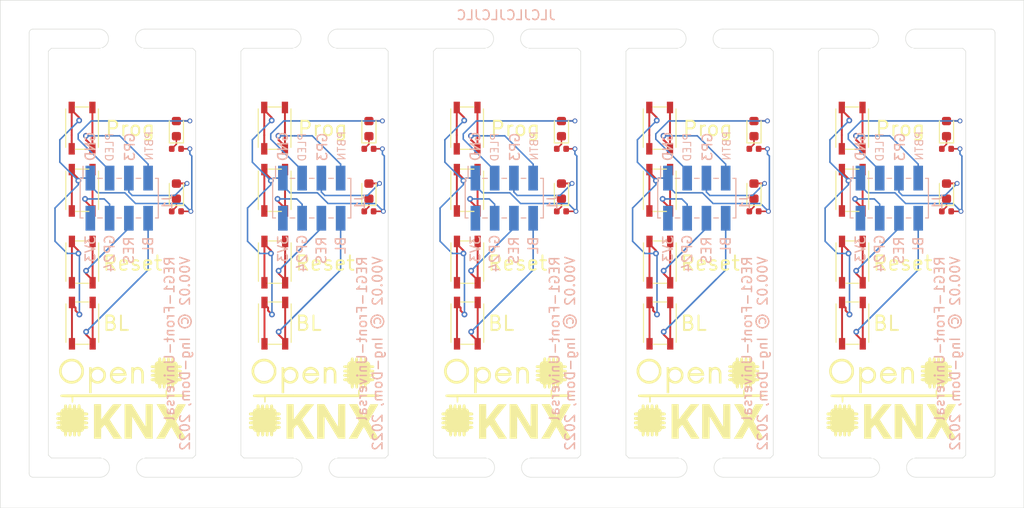
<source format=kicad_pcb>
(kicad_pcb (version 20221018) (generator pcbnew)
  (title_block (title "REG1-Front-Universal") (date "2022-10-21") (rev "V00.01"))
  (layers (0 "F.Cu" signal) (31 "B.Cu" signal) (34 "B.Paste" user) (35 "F.Paste" user) (36 "B.SilkS" user "B.Silkscreen") (37 "F.SilkS" user "F.Silkscreen") (38 "B.Mask" user) (39 "F.Mask" user) (44 "Edge.Cuts" user))
  (net 0 "")
  (net 1 "GND")
  (net 2 "+3V3")
  (net 3 "RUN")
  (net 4 "PROGLED")
  (net 5 "PROGBTN")
  (net 6 "GPIO24")
  (net 7 "GPIO03")
  (net 8 "BOOTSEL_F")
  (net 9 "Net-(D1-Pad1)")
  (net 10 "Net-(D2-Pad1)")
  (footprint "sirsydom:SW_Push_Xunpu_TS-1089S" (layer "F.Cu") (at 101.7 117.7 -90)
    (fp_text reference "SW1")
    (fp_text value "Prog")
  )
  (footprint "LED_SMD:LED_0603_1608Metric" (layer "F.Cu") (at 111.5 124.25 90)
    (fp_text reference "D2")
    (fp_text value "Func")
  )
  (footprint "Resistor_SMD:R_0402_1005Metric" (layer "F.Cu") (at 111.5 119.85 180)
    (fp_text reference "R1")
    (fp_text value "R")
  )
  (footprint "Resistor_SMD:R_0402_1005Metric" (layer "F.Cu") (at 111.5 126.35 180)
    (fp_text reference "R2")
    (fp_text value "R")
  )
  (footprint "sirsydom:SW_Push_Xunpu_TS-1089S" (layer "F.Cu") (at 101.71 124.16 -90)
    (fp_text reference "SW2")
    (fp_text value "Func")
  )
  (footprint "sirsydom:SW_Push_Xunpu_TS-1089S" (layer "F.Cu") (at 101.72 131.63 -90)
    (fp_text reference "SW3")
    (fp_text value "Res")
  )
  (footprint "sirsydom:SW_Push_Xunpu_TS-1089S" (layer "F.Cu") (at 101.725 137.975 -90)
    (fp_text reference "SW4")
    (fp_text value "BL")
  )
  (footprint "LED_SMD:LED_0603_1608Metric" (layer "F.Cu") (at 111.5 117.75 90)
    (fp_text reference "D1")
    (fp_text value "Prog")
  )
  (footprint "OpenKNX:OpenKNX_Logo_14x09" (layer "F.Cu") (at 105.8 146.4)
    (fp_text reference "G***" hide)
    (fp_text value "LOGO" hide)
  )
  (footprint "sirsydom:mouse-bite-5.00mm-frame" (layer "F.Cu") (at 105.35 109.55)
    (fp_text reference "mouse-bite" hide)
    (fp_text value "VAL**" hide)
  )
  (footprint "sirsydom:mouse-bite-5.00mm-frame" (layer "F.Cu") (at 106.45 151.85 180)
    (fp_text reference "mouse-bite" hide)
    (fp_text value "VAL**" hide)
  )
  (footprint "Resistor_SMD:R_0402_1005Metric" (layer "F.Cu") (at 131.5 126.35 180)
    (fp_text reference "R2")
    (fp_text value "R")
  )
  (footprint "Resistor_SMD:R_0402_1005Metric" (layer "F.Cu") (at 151.5 126.35 180)
    (fp_text reference "R2")
    (fp_text value "R")
  )
  (footprint "Resistor_SMD:R_0402_1005Metric" (layer "F.Cu") (at 171.5 126.35 180)
    (fp_text reference "R2")
    (fp_text value "R")
  )
  (footprint "Resistor_SMD:R_0402_1005Metric" (layer "F.Cu") (at 191.5 126.35 180)
    (fp_text reference "R2")
    (fp_text value "R")
  )
  (footprint "Resistor_SMD:R_0402_1005Metric" (layer "F.Cu") (at 131.5 119.85 180)
    (fp_text reference "R1")
    (fp_text value "R")
  )
  (footprint "Resistor_SMD:R_0402_1005Metric" (layer "F.Cu") (at 151.5 119.85 180)
    (fp_text reference "R1")
    (fp_text value "R")
  )
  (footprint "Resistor_SMD:R_0402_1005Metric" (layer "F.Cu") (at 171.5 119.85 180)
    (fp_text reference "R1")
    (fp_text value "R")
  )
  (footprint "Resistor_SMD:R_0402_1005Metric" (layer "F.Cu") (at 191.5 119.85 180)
    (fp_text reference "R1")
    (fp_text value "R")
  )
  (footprint "sirsydom:SW_Push_Xunpu_TS-1089S" (layer "F.Cu") (at 121.7 117.7 -90)
    (fp_text reference "SW1")
    (fp_text value "Prog")
  )
  (footprint "sirsydom:SW_Push_Xunpu_TS-1089S" (layer "F.Cu") (at 141.7 117.7 -90)
    (fp_text reference "SW1")
    (fp_text value "Prog")
  )
  (footprint "sirsydom:SW_Push_Xunpu_TS-1089S" (layer "F.Cu") (at 161.7 117.7 -90)
    (fp_text reference "SW1")
    (fp_text value "Prog")
  )
  (footprint "sirsydom:SW_Push_Xunpu_TS-1089S" (layer "F.Cu") (at 181.7 117.7 -90)
    (fp_text reference "SW1")
    (fp_text value "Prog")
  )
  (footprint "sirsydom:SW_Push_Xunpu_TS-1089S" (layer "F.Cu") (at 121.72 131.63 -90)
    (fp_text reference "SW3")
    (fp_text value "Res")
  )
  (footprint "sirsydom:SW_Push_Xunpu_TS-1089S" (layer "F.Cu") (at 141.72 131.63 -90)
    (fp_text reference "SW3")
    (fp_text value "Res")
  )
  (footprint "sirsydom:SW_Push_Xunpu_TS-1089S" (layer "F.Cu") (at 161.72 131.63 -90)
    (fp_text reference "SW3")
    (fp_text value "Res")
  )
  (footprint "sirsydom:SW_Push_Xunpu_TS-1089S" (layer "F.Cu") (at 181.72 131.63 -90)
    (fp_text reference "SW3")
    (fp_text value "Res")
  )
  (footprint "sirsydom:mouse-bite-5.00mm-frame" (layer "F.Cu") (at 125.35 109.55)
    (fp_text reference "mouse-bite" hide)
    (fp_text value "VAL**" hide)
  )
  (footprint "sirsydom:mouse-bite-5.00mm-frame" (layer "F.Cu") (at 145.35 109.55)
    (fp_text reference "mouse-bite" hide)
    (fp_text value "VAL**" hide)
  )
  (footprint "sirsydom:mouse-bite-5.00mm-frame" (layer "F.Cu") (at 165.35 109.55)
    (fp_text reference "mouse-bite" hide)
    (fp_text value "VAL**" hide)
  )
  (footprint "sirsydom:mouse-bite-5.00mm-frame" (layer "F.Cu") (at 185.35 109.55)
    (fp_text reference "mouse-bite" hide)
    (fp_text value "VAL**" hide)
  )
  (footprint "LED_SMD:LED_0603_1608Metric" (layer "F.Cu") (at 131.5 124.25 90)
    (fp_text reference "D2")
    (fp_text value "Func")
  )
  (footprint "LED_SMD:LED_0603_1608Metric" (layer "F.Cu") (at 151.5 124.25 90)
    (fp_text reference "D2")
    (fp_text value "Func")
  )
  (footprint "LED_SMD:LED_0603_1608Metric" (layer "F.Cu") (at 171.5 124.25 90)
    (fp_text reference "D2")
    (fp_text value "Func")
  )
  (footprint "LED_SMD:LED_0603_1608Metric" (layer "F.Cu") (at 191.5 124.25 90)
    (fp_text reference "D2")
    (fp_text value "Func")
  )
  (footprint "LED_SMD:LED_0603_1608Metric" (layer "F.Cu") (at 131.5 117.75 90)
    (fp_text reference "D1")
    (fp_text value "Prog")
  )
  (footprint "LED_SMD:LED_0603_1608Metric" (layer "F.Cu") (at 151.5 117.75 90)
    (fp_text reference "D1")
    (fp_text value "Prog")
  )
  (footprint "LED_SMD:LED_0603_1608Metric" (layer "F.Cu") (at 171.5 117.75 90)
    (fp_text reference "D1")
    (fp_text value "Prog")
  )
  (footprint "LED_SMD:LED_0603_1608Metric" (layer "F.Cu") (at 191.5 117.75 90)
    (fp_text reference "D1")
    (fp_text value "Prog")
  )
  (footprint "sirsydom:mouse-bite-5.00mm-frame" (layer "F.Cu") (at 126.45 151.85 180)
    (fp_text reference "mouse-bite" hide)
    (fp_text value "VAL**" hide)
  )
  (footprint "sirsydom:mouse-bite-5.00mm-frame" (layer "F.Cu") (at 146.45 151.85 180)
    (fp_text reference "mouse-bite" hide)
    (fp_text value "VAL**" hide)
  )
  (footprint "sirsydom:mouse-bite-5.00mm-frame" (layer "F.Cu") (at 166.45 151.85 180)
    (fp_text reference "mouse-bite" hide)
    (fp_text value "VAL**" hide)
  )
  (footprint "sirsydom:mouse-bite-5.00mm-frame" (layer "F.Cu") (at 186.45 151.85 180)
    (fp_text reference "mouse-bite" hide)
    (fp_text value "VAL**" hide)
  )
  (footprint "sirsydom:SW_Push_Xunpu_TS-1089S" (layer "F.Cu") (at 121.725 137.975 -90)
    (fp_text reference "SW4")
    (fp_text value "BL")
  )
  (footprint "sirsydom:SW_Push_Xunpu_TS-1089S" (layer "F.Cu") (at 141.725 137.975 -90)
    (fp_text reference "SW4")
    (fp_text value "BL")
  )
  (footprint "sirsydom:SW_Push_Xunpu_TS-1089S" (layer "F.Cu") (at 161.725 137.975 -90)
    (fp_text reference "SW4")
    (fp_text value "BL")
  )
  (footprint "sirsydom:SW_Push_Xunpu_TS-1089S" (layer "F.Cu") (at 181.725 137.975 -90)
    (fp_text reference "SW4")
    (fp_text value "BL")
  )
  (footprint "sirsydom:SW_Push_Xunpu_TS-1089S" (layer "F.Cu") (at 121.71 124.16 -90)
    (fp_text reference "SW2")
    (fp_text value "Func")
  )
  (footprint "sirsydom:SW_Push_Xunpu_TS-1089S" (layer "F.Cu") (at 141.71 124.16 -90)
    (fp_text reference "SW2")
    (fp_text value "Func")
  )
  (footprint "sirsydom:SW_Push_Xunpu_TS-1089S" (layer "F.Cu") (at 161.71 124.16 -90)
    (fp_text reference "SW2")
    (fp_text value "Func")
  )
  (footprint "sirsydom:SW_Push_Xunpu_TS-1089S" (layer "F.Cu") (at 181.71 124.16 -90)
    (fp_text reference "SW2")
    (fp_text value "Func")
  )
  (footprint "OpenKNX:OpenKNX_Logo_14x09" (layer "F.Cu") (at 125.8 146.4)
    (fp_text reference "G***" hide)
    (fp_text value "LOGO" hide)
  )
  (footprint "OpenKNX:OpenKNX_Logo_14x09" (layer "F.Cu") (at 145.8 146.4)
    (fp_text reference "G***" hide)
    (fp_text value "LOGO" hide)
  )
  (footprint "OpenKNX:OpenKNX_Logo_14x09" (layer "F.Cu") (at 165.8 146.4)
    (fp_text reference "G***" hide)
    (fp_text value "LOGO" hide)
  )
  (footprint "OpenKNX:OpenKNX_Logo_14x09" (layer "F.Cu") (at 185.8 146.4)
    (fp_text reference "G***" hide)
    (fp_text value "LOGO" hide)
  )
  (footprint "Connector_PinHeader_2.00mm:PinHeader_2x04_P2.00mm_Vertical_SMD" (layer "B.Cu") (at 105.56 124.98 -90)
    (fp_text reference "J1")
    (fp_text value "Conn_02x04_Odd_Even")
  )
  (footprint "Connector_PinHeader_2.00mm:PinHeader_2x04_P2.00mm_Vertical_SMD" (layer "B.Cu") (at 125.56 124.98 -90)
    (fp_text reference "J1")
    (fp_text value "Conn_02x04_Odd_Even")
  )
  (footprint "Connector_PinHeader_2.00mm:PinHeader_2x04_P2.00mm_Vertical_SMD" (layer "B.Cu") (at 145.56 124.98 -90)
    (fp_text reference "J1")
    (fp_text value "Conn_02x04_Odd_Even")
  )
  (footprint "Connector_PinHeader_2.00mm:PinHeader_2x04_P2.00mm_Vertical_SMD" (layer "B.Cu") (at 165.56 124.98 -90)
    (fp_text reference "J1")
    (fp_text value "Conn_02x04_Odd_Even")
  )
  (footprint "Connector_PinHeader_2.00mm:PinHeader_2x04_P2.00mm_Vertical_SMD" (layer "B.Cu") (at 185.56 124.98 -90)
    (fp_text reference "J1")
    (fp_text value "Conn_02x04_Odd_Even")
  )
  (gr_line (start 98.2 151.7) (end 98.2 109.7) (stroke (width 0.05)) (layer "Edge.Cuts"))
  (gr_arc (start 108.25 109.4) (mid 107.25 108.4) (end 108.25 107.4) (stroke (width 0.05)) (layer "Edge.Cuts"))
  (gr_line (start 108.25 109.4) (end 113.2 109.4) (stroke (width 0.05)) (layer "Edge.Cuts"))
  (gr_line (start 113.2 152) (end 108.35 152) (stroke (width 0.05)) (layer "Edge.Cuts"))
  (gr_arc (start 108.35 154) (mid 107.35 153) (end 108.35 152) (stroke (width 0.05)) (layer "Edge.Cuts"))
  (gr_line (start 103.55 152) (end 98.5 152) (stroke (width 0.05)) (layer "Edge.Cuts"))
  (gr_line (start 96.6 154) (end 103.55 154) (stroke (width 0.05)) (layer "Edge.Cuts"))
  (gr_arc (start 103.55 152) (mid 104.55 153) (end 103.55 154) (stroke (width 0.05)) (layer "Edge.Cuts"))
  (gr_line (start 123.55 152) (end 118.5 152) (stroke (width 0.05)) (layer "Edge.Cuts"))
  (gr_line (start 143.55 152) (end 138.5 152) (stroke (width 0.05)) (layer "Edge.Cuts"))
  (gr_line (start 163.55 152) (end 158.5 152) (stroke (width 0.05)) (layer "Edge.Cuts"))
  (gr_line (start 183.55 152) (end 178.5 152) (stroke (width 0.05)) (layer "Edge.Cuts"))
  (gr_line (start 133.2 152) (end 128.35 152) (stroke (width 0.05)) (layer "Edge.Cuts"))
  (gr_line (start 153.2 152) (end 148.35 152) (stroke (width 0.05)) (layer "Edge.Cuts"))
  (gr_line (start 173.2 152) (end 168.35 152) (stroke (width 0.05)) (layer "Edge.Cuts"))
  (gr_line (start 193.2 152) (end 188.35 152) (stroke (width 0.05)) (layer "Edge.Cuts"))
  (gr_line (start 108.35 154) (end 123.55 154) (stroke (width 0.05)) (layer "Edge.Cuts"))
  (gr_line (start 128.35 154) (end 143.55 154) (stroke (width 0.05)) (layer "Edge.Cuts"))
  (gr_line (start 148.35 154) (end 163.55 154) (stroke (width 0.05)) (layer "Edge.Cuts"))
  (gr_line (start 168.35 154) (end 183.55 154) (stroke (width 0.05)) (layer "Edge.Cuts"))
  (gr_arc (start 123.55 152) (mid 124.55 153) (end 123.55 154) (stroke (width 0.05)) (layer "Edge.Cuts"))
  (gr_arc (start 143.55 152) (mid 144.55 153) (end 143.55 154) (stroke (width 0.05)) (layer "Edge.Cuts"))
  (gr_arc (start 163.55 152) (mid 164.55 153) (end 163.55 154) (stroke (width 0.05)) (layer "Edge.Cuts"))
  (gr_arc (start 183.55 152) (mid 184.55 153) (end 183.55 154) (stroke (width 0.05)) (layer "Edge.Cuts"))
  (gr_arc (start 128.35 154) (mid 127.35 153) (end 128.35 152) (stroke (width 0.05)) (layer "Edge.Cuts"))
  (gr_arc (start 148.35 154) (mid 147.35 153) (end 148.35 152) (stroke (width 0.05)) (layer "Edge.Cuts"))
  (gr_arc (start 168.35 154) (mid 167.35 153) (end 168.35 152) (stroke (width 0.05)) (layer "Edge.Cuts"))
  (gr_arc (start 188.35 154) (mid 187.35 153) (end 188.35 152) (stroke (width 0.05)) (layer "Edge.Cuts"))
  (gr_line (start 133.2 109.4) (end 133.5 109.7) (stroke (width 0.05)) (layer "Edge.Cuts"))
  (gr_line (start 153.2 109.4) (end 153.5 109.7) (stroke (width 0.05)) (layer "Edge.Cuts"))
  (gr_line (start 173.2 109.4) (end 173.5 109.7) (stroke (width 0.05)) (layer "Edge.Cuts"))
  (gr_line (start 193.2 109.4) (end 193.5 109.7) (stroke (width 0.05)) (layer "Edge.Cuts"))
  (gr_line (start 118.5 109.4) (end 118.2 109.7) (stroke (width 0.05)) (layer "Edge.Cuts"))
  (gr_line (start 138.5 109.4) (end 138.2 109.7) (stroke (width 0.05)) (layer "Edge.Cuts"))
  (gr_line (start 158.5 109.4) (end 158.2 109.7) (stroke (width 0.05)) (layer "Edge.Cuts"))
  (gr_line (start 178.5 109.4) (end 178.2 109.7) (stroke (width 0.05)) (layer "Edge.Cuts"))
  (gr_line (start 118.2 151.7) (end 118.2 109.7) (stroke (width 0.05)) (layer "Edge.Cuts"))
  (gr_line (start 138.2 151.7) (end 138.2 109.7) (stroke (width 0.05)) (layer "Edge.Cuts"))
  (gr_line (start 158.2 151.7) (end 158.2 109.7) (stroke (width 0.05)) (layer "Edge.Cuts"))
  (gr_line (start 178.2 151.7) (end 178.2 109.7) (stroke (width 0.05)) (layer "Edge.Cuts"))
  (gr_line (start 118.2 151.7) (end 118.5 152) (stroke (width 0.05)) (layer "Edge.Cuts"))
  (gr_line (start 138.2 151.7) (end 138.5 152) (stroke (width 0.05)) (layer "Edge.Cuts"))
  (gr_line (start 158.2 151.7) (end 158.5 152) (stroke (width 0.05)) (layer "Edge.Cuts"))
  (gr_line (start 178.2 151.7) (end 178.5 152) (stroke (width 0.05)) (layer "Edge.Cuts"))
  (gr_arc (start 123.45 107.4) (mid 124.45 108.4) (end 123.45 109.4) (stroke (width 0.05)) (layer "Edge.Cuts"))
  (gr_arc (start 143.45 107.4) (mid 144.45 108.4) (end 143.45 109.4) (stroke (width 0.05)) (layer "Edge.Cuts"))
  (gr_arc (start 163.45 107.4) (mid 164.45 108.4) (end 163.45 109.4) (stroke (width 0.05)) (layer "Edge.Cuts"))
  (gr_arc (start 183.45 107.4) (mid 184.45 108.4) (end 183.45 109.4) (stroke (width 0.05)) (layer "Edge.Cuts"))
  (gr_arc (start 128.25 109.4) (mid 127.25 108.4) (end 128.25 107.4) (stroke (width 0.05)) (layer "Edge.Cuts"))
  (gr_arc (start 148.25 109.4) (mid 147.25 108.4) (end 148.25 107.4) (stroke (width 0.05)) (layer "Edge.Cuts"))
  (gr_arc (start 168.25 109.4) (mid 167.25 108.4) (end 168.25 107.4) (stroke (width 0.05)) (layer "Edge.Cuts"))
  (gr_arc (start 188.25 109.4) (mid 187.25 108.4) (end 188.25 107.4) (stroke (width 0.05)) (layer "Edge.Cuts"))
  (gr_line (start 133.5 151.7) (end 133.2 152) (stroke (width 0.05)) (layer "Edge.Cuts"))
  (gr_line (start 153.5 151.7) (end 153.2 152) (stroke (width 0.05)) (layer "Edge.Cuts"))
  (gr_line (start 173.5 151.7) (end 173.2 152) (stroke (width 0.05)) (layer "Edge.Cuts"))
  (gr_line (start 193.5 151.7) (end 193.2 152) (stroke (width 0.05)) (layer "Edge.Cuts"))
  (gr_line (start 118.5 109.4) (end 123.45 109.4) (stroke (width 0.05)) (layer "Edge.Cuts"))
  (gr_line (start 138.5 109.4) (end 143.45 109.4) (stroke (width 0.05)) (layer "Edge.Cuts"))
  (gr_line (start 158.5 109.4) (end 163.45 109.4) (stroke (width 0.05)) (layer "Edge.Cuts"))
  (gr_line (start 178.5 109.4) (end 183.45 109.4) (stroke (width 0.05)) (layer "Edge.Cuts"))
  (gr_line (start 133.5 109.7) (end 133.5 151.7) (stroke (width 0.05)) (layer "Edge.Cuts"))
  (gr_line (start 153.5 109.7) (end 153.5 151.7) (stroke (width 0.05)) (layer "Edge.Cuts"))
  (gr_line (start 173.5 109.7) (end 173.5 151.7) (stroke (width 0.05)) (layer "Edge.Cuts"))
  (gr_line (start 193.5 109.7) (end 193.5 151.7) (stroke (width 0.05)) (layer "Edge.Cuts"))
  (gr_line (start 123.45 107.4) (end 108.25 107.4) (stroke (width 0.05)) (layer "Edge.Cuts"))
  (gr_line (start 143.45 107.4) (end 128.25 107.4) (stroke (width 0.05)) (layer "Edge.Cuts"))
  (gr_line (start 163.45 107.4) (end 148.25 107.4) (stroke (width 0.05)) (layer "Edge.Cuts"))
  (gr_line (start 183.45 107.4) (end 168.25 107.4) (stroke (width 0.05)) (layer "Edge.Cuts"))
  (gr_line (start 128.25 109.4) (end 133.2 109.4) (stroke (width 0.05)) (layer "Edge.Cuts"))
  (gr_line (start 148.25 109.4) (end 153.2 109.4) (stroke (width 0.05)) (layer "Edge.Cuts"))
  (gr_line (start 168.25 109.4) (end 173.2 109.4) (stroke (width 0.05)) (layer "Edge.Cuts"))
  (gr_line (start 188.25 109.4) (end 193.2 109.4) (stroke (width 0.05)) (layer "Edge.Cuts"))
  (gr_arc (start 196.54 153.6) (mid 196.422843 153.882843) (end 196.14 154) (stroke (width 0.05)) (layer "Edge.Cuts"))
  (gr_line (start 196.54 107.8) (end 196.54 153.6) (stroke (width 0.05)) (layer "Edge.Cuts"))
  (gr_arc (start 196.14 107.4) (mid 196.422843 107.517157) (end 196.54 107.8) (stroke (width 0.05)) (layer "Edge.Cuts"))
  (gr_line (start 199.54 104.4) (end 199.54 157.2) (stroke (width 0.05)) (layer "Edge.Cuts"))
  (gr_line (start 188.35 154) (end 196.14 154) (stroke (width 0.05)) (layer "Edge.Cuts"))
  (gr_line (start 93.2 104.4) (end 199.54 104.4) (stroke (width 0.05)) (layer "Edge.Cuts"))
  (gr_line (start 199.54 157.2) (end 93.2 157.2) (stroke (width 0.05)) (layer "Edge.Cuts"))
  (gr_line (start 96.2 153.6) (end 96.2 107.8) (stroke (width 0.05)) (layer "Edge.Cuts"))
  (gr_arc (start 96.2 107.8) (mid 96.317157 107.517157) (end 96.6 107.4) (stroke (width 0.05)) (layer "Edge.Cuts"))
  (gr_line (start 188.25 107.4) (end 196.14 107.4) (stroke (width 0.05)) (layer "Edge.Cuts"))
  (gr_arc (start 96.6 154) (mid 96.317157 153.882843) (end 96.2 153.6) (stroke (width 0.05)) (layer "Edge.Cuts"))
  (gr_line (start 98.2 151.7) (end 98.5 152) (stroke (width 0.05)) (layer "Edge.Cuts"))
  (gr_line (start 113.5 151.7) (end 113.2 152) (stroke (width 0.05)) (layer "Edge.Cuts"))
  (gr_line (start 98.5 109.4) (end 98.2 109.7) (stroke (width 0.05)) (layer "Edge.Cuts"))
  (gr_line (start 103.45 107.4) (end 96.6 107.4) (stroke (width 0.05)) (layer "Edge.Cuts"))
  (gr_line (start 93.2 157.2) (end 93.2 104.4) (stroke (width 0.05)) (layer "Edge.Cuts"))
  (gr_line (start 113.2 109.4) (end 113.5 109.7) (stroke (width 0.05)) (layer "Edge.Cuts"))
  (gr_line (start 113.5 109.7) (end 113.5 151.7) (stroke (width 0.05)) (layer "Edge.Cuts"))
  (gr_arc (start 103.45 107.4) (mid 104.45 108.4) (end 103.45 109.4) (stroke (width 0.05)) (layer "Edge.Cuts"))
  (gr_line (start 98.5 109.4) (end 103.45 109.4) (stroke (width 0.05)) (layer "Edge.Cuts"))
  (gr_text "PLED" (at 104.56 121.23 90) (layer "B.SilkS") (effects (font (size 0.8 0.8) (thickness 0.1)) (justify right mirror)))
  (gr_text "GP3" (at 106.66 121.23 90) (layer "B.SilkS") (effects (font (size 1 1)) (justify right mirror)))
  (gr_text "BL" (at 108.56 128.88 90) (layer "B.SilkS") (effects (font (size 1 1)) (justify left mirror)))
  (gr_text "RES" (at 106.56 128.88 90) (layer "B.SilkS") (effects (font (size 1 1)) (justify left mirror)))
  (gr_text "GP24" (at 104.56 128.68 90) (layer "B.SilkS") (effects (font (size 1 1)) (justify left mirror)))
  (gr_text "3V3" (at 102.56 128.78 90) (layer "B.SilkS") (effects (font (size 1 1)) (justify left mirror)))
  (gr_text "PBTN" (at 108.66 121.13 90) (layer "B.SilkS") (effects (font (size 0.8 0.8) (thickness 0.1)) (justify right mirror)))
  (gr_text "GND" (at 102.56 121.23 90) (layer "B.SilkS") (effects (font (size 1 1)) (justify right mirror)))
  (gr_text "JLCJLCJLCJLC" (at 145.75 105.95) (layer "B.SilkS") (effects (font (size 1 1)) (justify mirror)))
  (gr_text "BL" (at 128.56 128.88 90) (layer "B.SilkS") (effects (font (size 1 1)) (justify left mirror)))
  (gr_text "BL" (at 148.56 128.88 90) (layer "B.SilkS") (effects (font (size 1 1)) (justify left mirror)))
  (gr_text "BL" (at 168.56 128.88 90) (layer "B.SilkS") (effects (font (size 1 1)) (justify left mirror)))
  (gr_text "BL" (at 188.56 128.88 90) (layer "B.SilkS") (effects (font (size 1 1)) (justify left mirror)))
  (gr_text "PLED" (at 124.56 121.23 90) (layer "B.SilkS") (effects (font (size 0.8 0.8) (thickness 0.1)) (justify right mirror)))
  (gr_text "PLED" (at 144.56 121.23 90) (layer "B.SilkS") (effects (font (size 0.8 0.8) (thickness 0.1)) (justify right mirror)))
  (gr_text "PLED" (at 164.56 121.23 90) (layer "B.SilkS") (effects (font (size 0.8 0.8) (thickness 0.1)) (justify right mirror)))
  (gr_text "PLED" (at 184.56 121.23 90) (layer "B.SilkS") (effects (font (size 0.8 0.8) (thickness 0.1)) (justify right mirror)))
  (gr_text "3V3" (at 122.56 128.78 90) (layer "B.SilkS") (effects (font (size 1 1)) (justify left mirror)))
  (gr_text "3V3" (at 142.56 128.78 90) (layer "B.SilkS") (effects (font (size 1 1)) (justify left mirror)))
  (gr_text "3V3" (at 162.56 128.78 90) (layer "B.SilkS") (effects (font (size 1 1)) (justify left mirror)))
  (gr_text "3V3" (at 182.56 128.78 90) (layer "B.SilkS") (effects (font (size 1 1)) (justify left mirror)))
  (gr_text "GND" (at 122.56 121.23 90) (layer "B.SilkS") (effects (font (size 1 1)) (justify right mirror)))
  (gr_text "GND" (at 142.56 121.23 90) (layer "B.SilkS") (effects (font (size 1 1)) (justify right mirror)))
  (gr_text "GND" (at 162.56 121.23 90) (layer "B.SilkS") (effects (font (size 1 1)) (justify right mirror)))
  (gr_text "GND" (at 182.56 121.23 90) (layer "B.SilkS") (effects (font (size 1 1)) (justify right mirror)))
  (gr_text "GP3" (at 126.66 121.23 90) (layer "B.SilkS") (effects (font (size 1 1)) (justify right mirror)))
  (gr_text "GP3" (at 146.66 121.23 90) (layer "B.SilkS") (effects (font (size 1 1)) (justify right mirror)))
  (gr_text "GP3" (at 166.66 121.23 90) (layer "B.SilkS") (effects (font (size 1 1)) (justify right mirror)))
  (gr_text "GP3" (at 186.66 121.23 90) (layer "B.SilkS") (effects (font (size 1 1)) (justify right mirror)))
  (gr_text "GP24" (at 124.56 128.68 90) (layer "B.SilkS") (effects (font (size 1 1)) (justify left mirror)))
  (gr_text "GP24" (at 144.56 128.68 90) (layer "B.SilkS") (effects (font (size 1 1)) (justify left mirror)))
  (gr_text "GP24" (at 164.56 128.68 90) (layer "B.SilkS") (effects (font (size 1 1)) (justify left mirror)))
  (gr_text "GP24" (at 184.56 128.68 90) (layer "B.SilkS") (effects (font (size 1 1)) (justify left mirror)))
  (gr_text "REG1-Front-Universal\nV00.02 © Ing-Dom, 2022" (at 131.59 130.94 90) (layer "B.SilkS") (effects (font (size 1 1)) (justify left mirror)))
  (gr_text "REG1-Front-Universal\nV00.02 © Ing-Dom, 2022" (at 151.59 130.94 90) (layer "B.SilkS") (effects (font (size 1 1)) (justify left mirror)))
  (gr_text "REG1-Front-Universal\nV00.02 © Ing-Dom, 2022" (at 171.59 130.94 90) (layer "B.SilkS") (effects (font (size 1 1)) (justify left mirror)))
  (gr_text "REG1-Front-Universal\nV00.02 © Ing-Dom, 2022" (at 191.59 130.94 90) (layer "B.SilkS") (effects (font (size 1 1)) (justify left mirror)))
  (gr_text "RES" (at 126.56 128.88 90) (layer "B.SilkS") (effects (font (size 1 1)) (justify left mirror)))
  (gr_text "RES" (at 146.56 128.88 90) (layer "B.SilkS") (effects (font (size 1 1)) (justify left mirror)))
  (gr_text "RES" (at 166.56 128.88 90) (layer "B.SilkS") (effects (font (size 1 1)) (justify left mirror)))
  (gr_text "RES" (at 186.56 128.88 90) (layer "B.SilkS") (effects (font (size 1 1)) (justify left mirror)))
  (gr_text "PBTN" (at 128.66 121.13 90) (layer "B.SilkS") (effects (font (size 0.8 0.8) (thickness 0.1)) (justify right mirror)))
  (gr_text "PBTN" (at 148.66 121.13 90) (layer "B.SilkS") (effects (font (size 0.8 0.8) (thickness 0.1)) (justify right mirror)))
  (gr_text "PBTN" (at 168.66 121.13 90) (layer "B.SilkS") (effects (font (size 0.8 0.8) (thickness 0.1)) (justify right mirror)))
  (gr_text "PBTN" (at 188.66 121.13 90) (layer "B.SilkS") (effects (font (size 0.8 0.8) (thickness 0.1)) (justify right mirror)))
  (gr_text "REG1-Front-Universal\nV00.02 © Ing-Dom, 2022" (at 111.59 130.94 90) (layer "B.SilkS") (effects (font (size 1 1)) (justify left mirror)))
  (gr_text "BL" (at 103.75 138) (layer "F.SilkS") (effects (font (size 1.5 1.5) (thickness 0.2)) (justify left)))
  (gr_text "Prog" (at 104 117.75) (layer "F.SilkS") (effects (font (size 1.5 1.5) (thickness 0.2)) (justify left)))
  (gr_text "Reset" (at 123.75 131.75) (layer "F.SilkS") (effects (font (size 1.5 1.5) (thickness 0.2)) (justify left)))
  (gr_text "Reset" (at 143.75 131.75) (layer "F.SilkS") (effects (font (size 1.5 1.5) (thickness 0.2)) (justify left)))
  (gr_text "Reset" (at 163.75 131.75) (layer "F.SilkS") (effects (font (size 1.5 1.5) (thickness 0.2)) (justify left)))
  (gr_text "Reset" (at 183.75 131.75) (layer "F.SilkS") (effects (font (size 1.5 1.5) (thickness 0.2)) (justify left)))
  (gr_text "Prog" (at 124 117.75) (layer "F.SilkS") (effects (font (size 1.5 1.5) (thickness 0.2)) (justify left)))
  (gr_text "Prog" (at 144 117.75) (layer "F.SilkS") (effects (font (size 1.5 1.5) (thickness 0.2)) (justify left)))
  (gr_text "Prog" (at 164 117.75) (layer "F.SilkS") (effects (font (size 1.5 1.5) (thickness 0.2)) (justify left)))
  (gr_text "Prog" (at 184 117.75) (layer "F.SilkS") (effects (font (size 1.5 1.5) (thickness 0.2)) (justify left)))
  (gr_text "BL" (at 123.75 138) (layer "F.SilkS") (effects (font (size 1.5 1.5) (thickness 0.2)) (justify left)))
  (gr_text "BL" (at 143.75 138) (layer "F.SilkS") (effects (font (size 1.5 1.5) (thickness 0.2)) (justify left)))
  (gr_text "BL" (at 163.75 138) (layer "F.SilkS") (effects (font (size 1.5 1.5) (thickness 0.2)) (justify left)))
  (gr_text "BL" (at 183.75 138) (layer "F.SilkS") (effects (font (size 1.5 1.5) (thickness 0.2)) (justify left)))
  (gr_text "Reset" (at 103.75 131.75) (layer "F.SilkS") (effects (font (size 1.5 1.5) (thickness 0.2)) (justify left)))
  (segment (start 100.625 118.425) (end 100.625 115.55) (width 0.2) (layer "F.Cu") (net 1))
  (segment (start 121.025 136.375) (end 121.025 136.675) (width 0.2) (layer "F.Cu") (net 1))
  (segment (start 141.025 136.375) (end 141.025 136.675) (width 0.2) (layer "F.Cu") (net 1))
  (segment (start 161.025 136.375) (end 161.025 136.675) (width 0.2) (layer "F.Cu") (net 1))
  (segment (start 181.025 136.375) (end 181.025 136.675) (width 0.2) (layer "F.Cu") (net 1))
  (segment (start 120.635 126.31) (end 120.635 122.01) (width 0.2) (layer "F.Cu") (net 1))
  (segment (start 140.635 126.31) (end 140.635 122.01) (width 0.2) (layer "F.Cu") (net 1))
  (segment (start 160.635 126.31) (end 160.635 122.01) (width 0.2) (layer "F.Cu") (net 1))
  (segment (start 180.635 126.31) (end 180.635 122.01) (width 0.2) (layer "F.Cu") (net 1))
  (segment (start 120.645 129.755) (end 121.32 130.43) (width 0.2) (layer "F.Cu") (net 1))
  (segment (start 140.645 129.755) (end 141.32 130.43) (width 0.2) (layer "F.Cu") (net 1))
  (segment (start 160.645 129.755) (end 161.32 130.43) (width 0.2) (layer "F.Cu") (net 1))
  (segment (start 180.645 129.755) (end 181.32 130.43) (width 0.2) (layer "F.Cu") (net 1))
  (segment (start 120.625 119.05) (end 120.625 118.425) (width 0.2) (layer "F.Cu") (net 1))
  (segment (start 140.625 119.05) (end 140.625 118.425) (width 0.2) (layer "F.Cu") (net 1))
  (segment (start 160.625 119.05) (end 160.625 118.425) (width 0.2) (layer "F.Cu") (net 1))
  (segment (start 180.625 119.05) (end 180.625 118.425) (width 0.2) (layer "F.Cu") (net 1))
  (segment (start 120.65 136) (end 121.025 136.375) (width 0.2) (layer "F.Cu") (net 1))
  (segment (start 140.65 136) (end 141.025 136.375) (width 0.2) (layer "F.Cu") (net 1))
  (segment (start 160.65 136) (end 161.025 136.375) (width 0.2) (layer "F.Cu") (net 1))
  (segment (start 180.65 136) (end 181.025 136.375) (width 0.2) (layer "F.Cu") (net 1))
  (segment (start 120.645 129.48) (end 120.645 129.755) (width 0.2) (layer "F.Cu") (net 1))
  (segment (start 140.645 129.48) (end 140.645 129.755) (width 0.2) (layer "F.Cu") (net 1))
  (segment (start 160.645 129.48) (end 160.645 129.755) (width 0.2) (layer "F.Cu") (net 1))
  (segment (start 180.645 129.48) (end 180.645 129.755) (width 0.2) (layer "F.Cu") (net 1))
  (segment (start 121.32 130.43) (end 121.32 130.73) (width 0.2) (layer "F.Cu") (net 1))
  (segment (start 141.32 130.43) (end 141.32 130.73) (width 0.2) (layer "F.Cu") (net 1))
  (segment (start 161.32 130.43) (end 161.32 130.73) (width 0.2) (layer "F.Cu") (net 1))
  (segment (start 181.32 130.43) (end 181.32 130.73) (width 0.2) (layer "F.Cu") (net 1))
  (segment (start 120.65 140.125) (end 120.65 135.825) (width 0.2) (layer "F.Cu") (net 1))
  (segment (start 140.65 140.125) (end 140.65 135.825) (width 0.2) (layer "F.Cu") (net 1))
  (segment (start 160.65 140.125) (end 160.65 135.825) (width 0.2) (layer "F.Cu") (net 1))
  (segment (start 180.65 140.125) (end 180.65 135.825) (width 0.2) (layer "F.Cu") (net 1))
  (segment (start 120.645 133.78) (end 120.645 129.48) (width 0.2) (layer "F.Cu") (net 1))
  (segment (start 140.645 133.78) (end 140.645 129.48) (width 0.2) (layer "F.Cu") (net 1))
  (segment (start 160.645 133.78) (end 160.645 129.48) (width 0.2) (layer "F.Cu") (net 1))
  (segment (start 180.645 133.78) (end 180.645 129.48) (width 0.2) (layer "F.Cu") (net 1))
  (segment (start 120.625 119.85) (end 120.625 119.05) (width 0.2) (layer "F.Cu") (net 1))
  (segment (start 140.625 119.85) (end 140.625 119.05) (width 0.2) (layer "F.Cu") (net 1))
  (segment (start 160.625 119.85) (end 160.625 119.05) (width 0.2) (layer "F.Cu") (net 1))
  (segment (start 180.625 119.85) (end 180.625 119.05) (width 0.2) (layer "F.Cu") (net 1))
  (segment (start 120.635 122.285) (end 121.31 122.96) (width 0.2) (layer "F.Cu") (net 1))
  (segment (start 140.635 122.285) (end 141.31 122.96) (width 0.2) (layer "F.Cu") (net 1))
  (segment (start 160.635 122.285) (end 161.31 122.96) (width 0.2) (layer "F.Cu") (net 1))
  (segment (start 180.635 122.285) (end 181.31 122.96) (width 0.2) (layer "F.Cu") (net 1))
  (segment (start 120.635 122.01) (end 120.635 122.285) (width 0.2) (layer "F.Cu") (net 1))
  (segment (start 140.635 122.01) (end 140.635 122.285) (width 0.2) (layer "F.Cu") (net 1))
  (segment (start 160.635 122.01) (end 160.635 122.285) (width 0.2) (layer "F.Cu") (net 1))
  (segment (start 180.635 122.01) (end 180.635 122.285) (width 0.2) (layer "F.Cu") (net 1))
  (segment (start 121.025 136.675) (end 121.425 137.075) (width 0.2) (layer "F.Cu") (net 1))
  (segment (start 141.025 136.675) (end 141.425 137.075) (width 0.2) (layer "F.Cu") (net 1))
  (segment (start 161.025 136.675) (end 161.425 137.075) (width 0.2) (layer "F.Cu") (net 1))
  (segment (start 181.025 136.675) (end 181.425 137.075) (width 0.2) (layer "F.Cu") (net 1))
  (segment (start 120.65 135.825) (end 120.65 136.1) (width 0.2) (layer "F.Cu") (net 1))
  (segment (start 140.65 135.825) (end 140.65 136.1) (width 0.2) (layer "F.Cu") (net 1))
  (segment (start 160.65 135.825) (end 160.65 136.1) (width 0.2) (layer "F.Cu") (net 1))
  (segment (start 180.65 135.825) (end 180.65 136.1) (width 0.2) (layer "F.Cu") (net 1))
  (segment (start 121.31 122.96) (end 121.31 123.16) (width 0.2) (layer "F.Cu") (net 1))
  (segment (start 141.31 122.96) (end 141.31 123.16) (width 0.2) (layer "F.Cu") (net 1))
  (segment (start 161.31 122.96) (end 161.31 123.16) (width 0.2) (layer "F.Cu") (net 1))
  (segment (start 181.31 122.96) (end 181.31 123.16) (width 0.2) (layer "F.Cu") (net 1))
  (segment (start 120.625 118.425) (end 120.625 115.55) (width 0.2) (layer "F.Cu") (net 1))
  (segment (start 140.625 118.425) (end 140.625 115.55) (width 0.2) (layer "F.Cu") (net 1))
  (segment (start 160.625 118.425) (end 160.625 115.55) (width 0.2) (layer "F.Cu") (net 1))
  (segment (start 180.625 118.425) (end 180.625 115.55) (width 0.2) (layer "F.Cu") (net 1))
  (segment (start 120.65 135.825) (end 120.65 136) (width 0.2) (layer "F.Cu") (net 1))
  (segment (start 140.65 135.825) (end 140.65 136) (width 0.2) (layer "F.Cu") (net 1))
  (segment (start 160.65 135.825) (end 160.65 136) (width 0.2) (layer "F.Cu") (net 1))
  (segment (start 180.65 135.825) (end 180.65 136) (width 0.2) (layer "F.Cu") (net 1))
  (segment (start 120.625 115.825) (end 121.4 116.6) (width 0.2) (layer "F.Cu") (net 1))
  (segment (start 140.625 115.825) (end 141.4 116.6) (width 0.2) (layer "F.Cu") (net 1))
  (segment (start 160.625 115.825) (end 161.4 116.6) (width 0.2) (layer "F.Cu") (net 1))
  (segment (start 180.625 115.825) (end 181.4 116.6) (width 0.2) (layer "F.Cu") (net 1))
  (segment (start 120.625 115.55) (end 120.625 115.825) (width 0.2) (layer "F.Cu") (net 1))
  (segment (start 140.625 115.55) (end 140.625 115.825) (width 0.2) (layer "F.Cu") (net 1))
  (segment (start 160.625 115.55) (end 160.625 115.825) (width 0.2) (layer "F.Cu") (net 1))
  (segment (start 180.625 115.55) (end 180.625 115.825) (width 0.2) (layer "F.Cu") (net 1))
  (segment (start 131.985 126.35) (end 133 126.35) (width 0.16) (layer "F.Cu") (net 1))
  (segment (start 151.985 126.35) (end 153 126.35) (width 0.16) (layer "F.Cu") (net 1))
  (segment (start 171.985 126.35) (end 173 126.35) (width 0.16) (layer "F.Cu") (net 1))
  (segment (start 191.985 126.35) (end 193 126.35) (width 0.16) (layer "F.Cu") (net 1))
  (segment (start 132.9 119.85) (end 131.985 119.85) (width 0.16) (layer "F.Cu") (net 1))
  (segment (start 152.9 119.85) (end 151.985 119.85) (width 0.16) (layer "F.Cu") (net 1))
  (segment (start 172.9 119.85) (end 171.985 119.85) (width 0.16) (layer "F.Cu") (net 1))
  (segment (start 192.9 119.85) (end 191.985 119.85) (width 0.16) (layer "F.Cu") (net 1))
  (segment (start 121.4 116.6) (end 121.4 116.9) (width 0.2) (layer "F.Cu") (net 1))
  (segment (start 141.4 116.6) (end 141.4 116.9) (width 0.2) (layer "F.Cu") (net 1))
  (segment (start 161.4 116.6) (end 161.4 116.9) (width 0.2) (layer "F.Cu") (net 1))
  (segment (start 181.4 116.6) (end 181.4 116.9) (width 0.2) (layer "F.Cu") (net 1))
  (segment (start 101.025 136.675) (end 101.425 137.075) (width 0.2) (layer "F.Cu") (net 1))
  (segment (start 100.625 115.55) (end 100.625 115.825) (width 0.2) (layer "F.Cu") (net 1))
  (segment (start 100.635 126.31) (end 100.635 122.01) (width 0.2) (layer "F.Cu") (net 1))
  (segment (start 112.9 119.85) (end 111.985 119.85) (width 0.16) (layer "F.Cu") (net 1))
  (segment (start 100.65 140.125) (end 100.65 135.825) (width 0.2) (layer "F.Cu") (net 1))
  (segment (start 100.65 135.825) (end 100.65 136) (width 0.2) (layer "F.Cu") (net 1))
  (segment (start 100.625 115.825) (end 101.4 116.6) (width 0.2) (layer "F.Cu") (net 1))
  (segment (start 100.65 135.825) (end 100.65 136.1) (width 0.2) (layer "F.Cu") (net 1))
  (segment (start 111.985 126.35) (end 113 126.35) (width 0.16) (layer "F.Cu") (net 1))
  (segment (start 100.645 129.755) (end 101.32 130.43) (width 0.2) (layer "F.Cu") (net 1))
  (segment (start 100.645 133.78) (end 100.645 129.48) (width 0.2) (layer "F.Cu") (net 1))
  (segment (start 100.625 119.85) (end 100.625 119.05) (width 0.2) (layer "F.Cu") (net 1))
  (segment (start 100.635 122.01) (end 100.635 122.285) (width 0.2) (layer "F.Cu") (net 1))
  (segment (start 101.31 122.96) (end 101.31 123.16) (width 0.2) (layer "F.Cu") (net 1))
  (segment (start 101.4 116.6) (end 101.4 116.9) (width 0.2) (layer "F.Cu") (net 1))
  (segment (start 100.65 136) (end 101.025 136.375) (width 0.2) (layer "F.Cu") (net 1))
  (segment (start 100.625 119.05) (end 100.625 118.425) (width 0.2) (layer "F.Cu") (net 1))
  (segment (start 100.635 122.285) (end 101.31 122.96) (width 0.2) (layer "F.Cu") (net 1))
  (segment (start 101.32 130.43) (end 101.32 130.73) (width 0.2) (layer "F.Cu") (net 1))
  (segment (start 100.645 129.48) (end 100.645 129.755) (width 0.2) (layer "F.Cu") (net 1))
  (segment (start 101.025 136.375) (end 101.025 136.675) (width 0.2) (layer "F.Cu") (net 1))
  (via (at 121.4 116.9) (size 0.6) (drill 0.3) (layers "F.Cu" "B.Cu") (net 1))
  (via (at 141.4 116.9) (size 0.6) (drill 0.3) (layers "F.Cu" "B.Cu") (net 1))
  (via (at 161.4 116.9) (size 0.6) (drill 0.3) (layers "F.Cu" "B.Cu") (net 1))
  (via (at 181.4 116.9) (size 0.6) (drill 0.3) (layers "F.Cu" "B.Cu") (net 1))
  (via (at 121.31 123.16) (size 0.6) (drill 0.3) (layers "F.Cu" "B.Cu") (net 1))
  (via (at 141.31 123.16) (size 0.6) (drill 0.3) (layers "F.Cu" "B.Cu") (net 1))
  (via (at 161.31 123.16) (size 0.6) (drill 0.3) (layers "F.Cu" "B.Cu") (net 1))
  (via (at 181.31 123.16) (size 0.6) (drill 0.3) (layers "F.Cu" "B.Cu") (net 1))
  (via (at 121.425 137.075) (size 0.6) (drill 0.3) (layers "F.Cu" "B.Cu") (net 1))
  (via (at 141.425 137.075) (size 0.6) (drill 0.3) (layers "F.Cu" "B.Cu") (net 1))
  (via (at 161.425 137.075) (size 0.6) (drill 0.3) (layers "F.Cu" "B.Cu") (net 1))
  (via (at 181.425 137.075) (size 0.6) (drill 0.3) (layers "F.Cu" "B.Cu") (net 1))
  (via (at 121.32 130.73) (size 0.6) (drill 0.3) (layers "F.Cu" "B.Cu") (net 1))
  (via (at 141.32 130.73) (size 0.6) (drill 0.3) (layers "F.Cu" "B.Cu") (net 1))
  (via (at 161.32 130.73) (size 0.6) (drill 0.3) (layers "F.Cu" "B.Cu") (net 1))
  (via (at 181.32 130.73) (size 0.6) (drill 0.3) (layers "F.Cu" "B.Cu") (net 1))
  (via (at 132.9 119.85) (size 0.5) (drill 0.3) (layers "F.Cu" "B.Cu") (net 1))
  (via (at 152.9 119.85) (size 0.5) (drill 0.3) (layers "F.Cu" "B.Cu") (net 1))
  (via (at 172.9 119.85) (size 0.5) (drill 0.3) (layers "F.Cu" "B.Cu") (net 1))
  (via (at 192.9 119.85) (size 0.5) (drill 0.3) (layers "F.Cu" "B.Cu") (net 1))
  (via (at 133 126.35) (size 0.5) (drill 0.3) (layers "F.Cu" "B.Cu") (net 1))
  (via (at 153 126.35) (size 0.5) (drill 0.3) (layers "F.Cu" "B.Cu") (net 1))
  (via (at 173 126.35) (size 0.5) (drill 0.3) (layers "F.Cu" "B.Cu") (net 1))
  (via (at 193 126.35) (size 0.5) (drill 0.3) (layers "F.Cu" "B.Cu") (net 1))
  (via (at 101.31 123.16) (size 0.6) (drill 0.3) (layers "F.Cu" "B.Cu") (net 1))
  (via (at 101.425 137.075) (size 0.6) (drill 0.3) (layers "F.Cu" "B.Cu") (net 1))
  (via (at 113 126.35) (size 0.5) (drill 0.3) (layers "F.Cu" "B.Cu") (net 1))
  (via (at 101.32 130.73) (size 0.6) (drill 0.3) (layers "F.Cu" "B.Cu") (net 1))
  (via (at 101.4 116.9) (size 0.6) (drill 0.3) (layers "F.Cu" "B.Cu") (net 1))
  (via (at 112.9 119.85) (size 0.5) (drill 0.3) (layers "F.Cu" "B.Cu") (net 1))
  (segment (start 123.300001 124.425001) (end 126.145 124.425001) (width 0.16) (layer "B.Cu") (net 1))
  (segment (start 143.300001 124.425001) (end 146.145 124.425001) (width 0.16) (layer "B.Cu") (net 1))
  (segment (start 163.300001 124.425001) (end 166.145 124.425001) (width 0.16) (layer "B.Cu") (net 1))
  (segment (start 183.300001 124.425001) (end 186.145 124.425001) (width 0.16) (layer "B.Cu") (net 1))
  (segment (start 122.56 123.685) (end 123.300001 124.425001) (width 0.16) (layer "B.Cu") (net 1))
  (segment (start 142.56 123.685) (end 143.300001 124.425001) (width 0.16) (layer "B.Cu") (net 1))
  (segment (start 162.56 123.685) (end 163.300001 124.425001) (width 0.16) (layer "B.Cu") (net 1))
  (segment (start 182.56 123.685) (end 183.300001 124.425001) (width 0.16) (layer "B.Cu") (net 1))
  (segment (start 121.425 137.075) (end 121.425 130.835) (width 0.16) (layer "B.Cu") (net 1))
  (segment (start 141.425 137.075) (end 141.425 130.835) (width 0.16) (layer "B.Cu") (net 1))
  (segment (start 161.425 137.075) (end 161.425 130.835) (width 0.16) (layer "B.Cu") (net 1))
  (segment (start 181.425 137.075) (end 181.425 130.835) (width 0.16) (layer "B.Cu") (net 1))
  (segment (start 122.56 122.895) (end 121.575 122.895) (width 0.16) (layer "B.Cu") (net 1))
  (segment (start 142.56 122.895) (end 141.575 122.895) (width 0.16) (layer "B.Cu") (net 1))
  (segment (start 162.56 122.895) (end 161.575 122.895) (width 0.16) (layer "B.Cu") (net 1))
  (segment (start 182.56 122.895) (end 181.575 122.895) (width 0.16) (layer "B.Cu") (net 1))
  (segment (start 120.16 130.73) (end 121.32 130.73) (width 0.16) (layer "B.Cu") (net 1))
  (segment (start 140.16 130.73) (end 141.32 130.73) (width 0.16) (layer "B.Cu") (net 1))
  (segment (start 160.16 130.73) (end 161.32 130.73) (width 0.16) (layer "B.Cu") (net 1))
  (segment (start 180.16 130.73) (end 181.32 130.73) (width 0.16) (layer "B.Cu") (net 1))
  (segment (start 126.145 124.425001) (end 127.254998 125.534999) (width 0.16) (layer "B.Cu") (net 1))
  (segment (start 146.145 124.425001) (end 147.254998 125.534999) (width 0.16) (layer "B.Cu") (net 1))
  (segment (start 166.145 124.425001) (end 167.254998 125.534999) (width 0.16) (layer "B.Cu") (net 1))
  (segment (start 186.145 124.425001) (end 187.254998 125.534999) (width 0.16) (layer "B.Cu") (net 1))
  (segment (start 122.56 122.895) (end 122.56 123.685) (width 0.16) (layer "B.Cu") (net 1))
  (segment (start 142.56 122.895) (end 142.56 123.685) (width 0.16) (layer "B.Cu") (net 1))
  (segment (start 162.56 122.895) (end 162.56 123.685) (width 0.16) (layer "B.Cu") (net 1))
  (segment (start 182.56 122.895) (end 182.56 123.685) (width 0.16) (layer "B.Cu") (net 1))
  (segment (start 133.1 120.6) (end 133.1 126.25) (width 0.16) (layer "B.Cu") (net 1))
  (segment (start 153.1 120.6) (end 153.1 126.25) (width 0.16) (layer "B.Cu") (net 1))
  (segment (start 173.1 120.6) (end 173.1 126.25) (width 0.16) (layer "B.Cu") (net 1))
  (segment (start 193.1 120.6) (end 193.1 126.25) (width 0.16) (layer "B.Cu") (net 1))
  (segment (start 132.184999 125.534999) (end 132.750001 126.100001) (width 0.16) (layer "B.Cu") (net 1))
  (segment (start 152.184999 125.534999) (end 152.750001 126.100001) (width 0.16) (layer "B.Cu") (net 1))
  (segment (start 172.184999 125.534999) (end 172.750001 126.100001) (width 0.16) (layer "B.Cu") (net 1))
  (segment (start 192.184999 125.534999) (end 192.750001 126.100001) (width 0.16) (layer "B.Cu") (net 1))
  (segment (start 133.1 126.25) (end 133 126.35) (width 0.16) (layer "B.Cu") (net 1))
  (segment (start 153.1 126.25) (end 153 126.35) (width 0.16) (layer "B.Cu") (net 1))
  (segment (start 173.1 126.25) (end 173 126.35) (width 0.16) (layer "B.Cu") (net 1))
  (segment (start 193.1 126.25) (end 193 126.35) (width 0.16) (layer "B.Cu") (net 1))
  (segment (start 121.4 116.9) (end 119.39 118.91) (width 0.16) (layer "B.Cu") (net 1))
  (segment (start 141.4 116.9) (end 139.39 118.91) (width 0.16) (layer "B.Cu") (net 1))
  (segment (start 161.4 116.9) (end 159.39 118.91) (width 0.16) (layer "B.Cu") (net 1))
  (segment (start 181.4 116.9) (end 179.39 118.91) (width 0.16) (layer "B.Cu") (net 1))
  (segment (start 119.39 121.24) (end 121.31 123.16) (width 0.16) (layer "B.Cu") (net 1))
  (segment (start 139.39 121.24) (end 141.31 123.16) (width 0.16) (layer "B.Cu") (net 1))
  (segment (start 159.39 121.24) (end 161.31 123.16) (width 0.16) (layer "B.Cu") (net 1))
  (segment (start 179.39 121.24) (end 181.31 123.16) (width 0.16) (layer "B.Cu") (net 1))
  (segment (start 118.89 129.46) (end 120.16 130.73) (width 0.16) (layer "B.Cu") (net 1))
  (segment (start 138.89 129.46) (end 140.16 130.73) (width 0.16) (layer "B.Cu") (net 1))
  (segment (start 158.89 129.46) (end 160.16 130.73) (width 0.16) (layer "B.Cu") (net 1))
  (segment (start 178.89 129.46) (end 180.16 130.73) (width 0.16) (layer "B.Cu") (net 1))
  (segment (start 119.39 118.91) (end 119.39 121.24) (width 0.16) (layer "B.Cu") (net 1))
  (segment (start 139.39 118.91) (end 139.39 121.24) (width 0.16) (layer "B.Cu") (net 1))
  (segment (start 159.39 118.91) (end 159.39 121.24) (width 0.16) (layer "B.Cu") (net 1))
  (segment (start 179.39 118.91) (end 179.39 121.24) (width 0.16) (layer "B.Cu") (net 1))
  (segment (start 121.31 123.584264) (end 118.89 126.004264) (width 0.16) (layer "B.Cu") (net 1))
  (segment (start 141.31 123.584264) (end 138.89 126.004264) (width 0.16) (layer "B.Cu") (net 1))
  (segment (start 161.31 123.584264) (end 158.89 126.004264) (width 0.16) (layer "B.Cu") (net 1))
  (segment (start 181.31 123.584264) (end 178.89 126.004264) (width 0.16) (layer "B.Cu") (net 1))
  (segment (start 121.425 130.835) (end 121.32 130.73) (width 0.16) (layer "B.Cu") (net 1))
  (segment (start 141.425 130.835) (end 141.32 130.73) (width 0.16) (layer "B.Cu") (net 1))
  (segment (start 161.425 130.835) (end 161.32 130.73) (width 0.16) (layer "B.Cu") (net 1))
  (segment (start 181.425 130.835) (end 181.32 130.73) (width 0.16) (layer "B.Cu") (net 1))
  (segment (start 132.950001 126.399999) (end 133 126.35) (width 0.16) (layer "B.Cu") (net 1))
  (segment (start 152.950001 126.399999) (end 153 126.35) (width 0.16) (layer "B.Cu") (net 1))
  (segment (start 172.950001 126.399999) (end 173 126.35) (width 0.16) (layer "B.Cu") (net 1))
  (segment (start 192.950001 126.399999) (end 193 126.35) (width 0.16) (layer "B.Cu") (net 1))
  (segment (start 118.89 126.004264) (end 118.89 129.46) (width 0.16) (layer "B.Cu") (net 1))
  (segment (start 138.89 126.004264) (end 138.89 129.46) (width 0.16) (layer "B.Cu") (net 1))
  (segment (start 158.89 126.004264) (end 158.89 129.46) (width 0.16) (layer "B.Cu") (net 1))
  (segment (start 178.89 126.004264) (end 178.89 129.46) (width 0.16) (layer "B.Cu") (net 1))
  (segment (start 132.9 120.4) (end 133.1 120.6) (width 0.16) (layer "B.Cu") (net 1))
  (segment (start 152.9 120.4) (end 153.1 120.6) (width 0.16) (layer "B.Cu") (net 1))
  (segment (start 172.9 120.4) (end 173.1 120.6) (width 0.16) (layer "B.Cu") (net 1))
  (segment (start 192.9 120.4) (end 193.1 120.6) (width 0.16) (layer "B.Cu") (net 1))
  (segment (start 132.9 119.85) (end 132.9 120.4) (width 0.16) (layer "B.Cu") (net 1))
  (segment (start 152.9 119.85) (end 152.9 120.4) (width 0.16) (layer "B.Cu") (net 1))
  (segment (start 172.9 119.85) (end 172.9 120.4) (width 0.16) (layer "B.Cu") (net 1))
  (segment (start 192.9 119.85) (end 192.9 120.4) (width 0.16) (layer "B.Cu") (net 1))
  (segment (start 132.750001 126.100001) (end 133 126.35) (width 0.16) (layer "B.Cu") (net 1))
  (segment (start 152.750001 126.100001) (end 153 126.35) (width 0.16) (layer "B.Cu") (net 1))
  (segment (start 172.750001 126.100001) (end 173 126.35) (width 0.16) (layer "B.Cu") (net 1))
  (segment (start 192.750001 126.100001) (end 193 126.35) (width 0.16) (layer "B.Cu") (net 1))
  (segment (start 127.254998 125.534999) (end 132.184999 125.534999) (width 0.16) (layer "B.Cu") (net 1))
  (segment (start 147.254998 125.534999) (end 152.184999 125.534999) (width 0.16) (layer "B.Cu") (net 1))
  (segment (start 167.254998 125.534999) (end 172.184999 125.534999) (width 0.16) (layer "B.Cu") (net 1))
  (segment (start 187.254998 125.534999) (end 192.184999 125.534999) (width 0.16) (layer "B.Cu") (net 1))
  (segment (start 121.31 123.16) (end 121.31 123.584264) (width 0.16) (layer "B.Cu") (net 1))
  (segment (start 141.31 123.16) (end 141.31 123.584264) (width 0.16) (layer "B.Cu") (net 1))
  (segment (start 161.31 123.16) (end 161.31 123.584264) (width 0.16) (layer "B.Cu") (net 1))
  (segment (start 181.31 123.16) (end 181.31 123.584264) (width 0.16) (layer "B.Cu") (net 1))
  (segment (start 121.575 122.895) (end 121.31 123.16) (width 0.16) (layer "B.Cu") (net 1))
  (segment (start 141.575 122.895) (end 141.31 123.16) (width 0.16) (layer "B.Cu") (net 1))
  (segment (start 161.575 122.895) (end 161.31 123.16) (width 0.16) (layer "B.Cu") (net 1))
  (segment (start 181.575 122.895) (end 181.31 123.16) (width 0.16) (layer "B.Cu") (net 1))
  (segment (start 113.1 120.6) (end 113.1 126.25) (width 0.16) (layer "B.Cu") (net 1))
  (segment (start 101.31 123.16) (end 101.31 123.584264) (width 0.16) (layer "B.Cu") (net 1))
  (segment (start 99.39 121.24) (end 101.31 123.16) (width 0.16) (layer "B.Cu") (net 1))
  (segment (start 101.4 116.9) (end 99.39 118.91) (width 0.16) (layer "B.Cu") (net 1))
  (segment (start 106.145 124.425001) (end 107.254998 125.534999) (width 0.16) (layer "B.Cu") (net 1))
  (segment (start 99.39 118.91) (end 99.39 121.24) (width 0.16) (layer "B.Cu") (net 1))
  (segment (start 101.575 122.895) (end 101.31 123.16) (width 0.16) (layer "B.Cu") (net 1))
  (segment (start 112.750001 126.100001) (end 113 126.35) (width 0.16) (layer "B.Cu") (net 1))
  (segment (start 100.16 130.73) (end 101.32 130.73) (width 0.16) (layer "B.Cu") (net 1))
  (segment (start 98.89 129.46) (end 100.16 130.73) (width 0.16) (layer "B.Cu") (net 1))
  (segment (start 102.56 122.895) (end 102.56 123.685) (width 0.16) (layer "B.Cu") (net 1))
  (segment (start 101.425 130.835) (end 101.32 130.73) (width 0.16) (layer "B.Cu") (net 1))
  (segment (start 112.950001 126.399999) (end 113 126.35) (width 0.16) (layer "B.Cu") (net 1))
  (segment (start 101.425 137.075) (end 101.425 130.835) (width 0.16) (layer "B.Cu") (net 1))
  (segment (start 112.9 120.4) (end 113.1 120.6) (width 0.16) (layer "B.Cu") (net 1))
  (segment (start 102.56 123.685) (end 103.300001 124.425001) (width 0.16) (layer "B.Cu") (net 1))
  (segment (start 102.56 122.895) (end 101.575 122.895) (width 0.16) (layer "B.Cu") (net 1))
  (segment (start 103.300001 124.425001) (end 106.145 124.425001) (width 0.16) (layer "B.Cu") (net 1))
  (segment (start 112.9 119.85) (end 112.9 120.4) (width 0.16) (layer "B.Cu") (net 1))
  (segment (start 113.1 126.25) (end 113 126.35) (width 0.16) (layer "B.Cu") (net 1))
  (segment (start 98.89 126.004264) (end 98.89 129.46) (width 0.16) (layer "B.Cu") (net 1))
  (segment (start 101.31 123.584264) (end 98.89 126.004264) (width 0.16) (layer "B.Cu") (net 1))
  (segment (start 107.254998 125.534999) (end 112.184999 125.534999) (width 0.16) (layer "B.Cu") (net 1))
  (segment (start 112.184999 125.534999) (end 112.750001 126.100001) (width 0.16) (layer "B.Cu") (net 1))
  (segment (start 122.795 129.48) (end 122.795 133.78) (width 0.2) (layer "F.Cu") (net 3))
  (segment (start 142.795 129.48) (end 142.795 133.78) (width 0.2) (layer "F.Cu") (net 3))
  (segment (start 162.795 129.48) (end 162.795 133.78) (width 0.2) (layer "F.Cu") (net 3))
  (segment (start 182.795 129.48) (end 182.795 133.78) (width 0.2) (layer "F.Cu") (net 3))
  (segment (start 122.795 133.505) (end 122.12 132.83) (width 0.2) (layer "F.Cu") (net 3))
  (segment (start 142.795 133.505) (end 142.12 132.83) (width 0.2) (layer "F.Cu") (net 3))
  (segment (start 162.795 133.505) (end 162.12 132.83) (width 0.2) (layer "F.Cu") (net 3))
  (segment (start 182.795 133.505) (end 182.12 132.83) (width 0.2) (layer "F.Cu") (net 3))
  (segment (start 122.795 133.78) (end 122.795 133.505) (width 0.2) (layer "F.Cu") (net 3))
  (segment (start 142.795 133.78) (end 142.795 133.505) (width 0.2) (layer "F.Cu") (net 3))
  (segment (start 162.795 133.78) (end 162.795 133.505) (width 0.2) (layer "F.Cu") (net 3))
  (segment (start 182.795 133.78) (end 182.795 133.505) (width 0.2) (layer "F.Cu") (net 3))
  (segment (start 122.12 132.83) (end 122.12 132.53) (width 0.2) (layer "F.Cu") (net 3))
  (segment (start 142.12 132.83) (end 142.12 132.53) (width 0.2) (layer "F.Cu") (net 3))
  (segment (start 162.12 132.83) (end 162.12 132.53) (width 0.2) (layer "F.Cu") (net 3))
  (segment (start 182.12 132.83) (end 182.12 132.53) (width 0.2) (layer "F.Cu") (net 3))
  (segment (start 102.795 133.505) (end 102.12 132.83) (width 0.2) (layer "F.Cu") (net 3))
  (segment (start 102.12 132.83) (end 102.12 132.53) (width 0.2) (layer "F.Cu") (net 3))
  (segment (start 102.795 129.48) (end 102.795 133.78) (width 0.2) (layer "F.Cu") (net 3))
  (segment (start 102.795 133.78) (end 102.795 133.505) (width 0.2) (layer "F.Cu") (net 3))
  (via (at 122.12 132.53) (size 0.6) (drill 0.3) (layers "F.Cu" "B.Cu") (net 3))
  (via (at 142.12 132.53) (size 0.6) (drill 0.3) (layers "F.Cu" "B.Cu") (net 3))
  (via (at 162.12 132.53) (size 0.6) (drill 0.3) (layers "F.Cu" "B.Cu") (net 3))
  (via (at 182.12 132.53) (size 0.6) (drill 0.3) (layers "F.Cu" "B.Cu") (net 3))
  (via (at 102.12 132.53) (size 0.6) (drill 0.3) (layers "F.Cu" "B.Cu") (net 3))
  (segment (start 126.56 128.09) (end 122.419999 132.230001) (width 0.16) (layer "B.Cu") (net 3))
  (segment (start 146.56 128.09) (end 142.419999 132.230001) (width 0.16) (layer "B.Cu") (net 3))
  (segment (start 166.56 128.09) (end 162.419999 132.230001) (width 0.16) (layer "B.Cu") (net 3))
  (segment (start 186.56 128.09) (end 182.419999 132.230001) (width 0.16) (layer "B.Cu") (net 3))
  (segment (start 126.56 127.065) (end 126.56 128.09) (width 0.16) (layer "B.Cu") (net 3))
  (segment (start 146.56 127.065) (end 146.56 128.09) (width 0.16) (layer "B.Cu") (net 3))
  (segment (start 166.56 127.065) (end 166.56 128.09) (width 0.16) (layer "B.Cu") (net 3))
  (segment (start 186.56 127.065) (end 186.56 128.09) (width 0.16) (layer "B.Cu") (net 3))
  (segment (start 122.12 132.53) (end 125.58 129.07) (width 0.16) (layer "B.Cu") (net 3))
  (segment (start 142.12 132.53) (end 145.58 129.07) (width 0.16) (layer "B.Cu") (net 3))
  (segment (start 162.12 132.53) (end 165.58 129.07) (width 0.16) (layer "B.Cu") (net 3))
  (segment (start 182.12 132.53) (end 185.58 129.07) (width 0.16) (layer "B.Cu") (net 3))
  (segment (start 122.419999 132.230001) (end 122.12 132.53) (width 0.16) (layer "B.Cu") (net 3))
  (segment (start 142.419999 132.230001) (end 142.12 132.53) (width 0.16) (layer "B.Cu") (net 3))
  (segment (start 162.419999 132.230001) (end 162.12 132.53) (width 0.16) (layer "B.Cu") (net 3))
  (segment (start 182.419999 132.230001) (end 182.12 132.53) (width 0.16) (layer "B.Cu") (net 3))
  (segment (start 102.419999 132.230001) (end 102.12 132.53) (width 0.16) (layer "B.Cu") (net 3))
  (segment (start 106.56 128.09) (end 102.419999 132.230001) (width 0.16) (layer "B.Cu") (net 3))
  (segment (start 106.56 127.065) (end 106.56 128.09) (width 0.16) (layer "B.Cu") (net 3))
  (segment (start 102.12 132.53) (end 105.58 129.07) (width 0.16) (layer "B.Cu") (net 3))
  (segment (start 132.9 116.95) (end 131.5125 116.95) (width 0.16) (layer "F.Cu") (net 4))
  (segment (start 152.9 116.95) (end 151.5125 116.95) (width 0.16) (layer "F.Cu") (net 4))
  (segment (start 172.9 116.95) (end 171.5125 116.95) (width 0.16) (layer "F.Cu") (net 4))
  (segment (start 192.9 116.95) (end 191.5125 116.95) (width 0.16) (layer "F.Cu") (net 4))
  (segment (start 131.5125 116.95) (end 131.5 116.9625) (width 0.16) (layer "F.Cu") (net 4))
  (segment (start 151.5125 116.95) (end 151.5 116.9625) (width 0.16) (layer "F.Cu") (net 4))
  (segment (start 171.5125 116.95) (end 171.5 116.9625) (width 0.16) (layer "F.Cu") (net 4))
  (segment (start 191.5125 116.95) (end 191.5 116.9625) (width 0.16) (layer "F.Cu") (net 4))
  (segment (start 111.5125 116.95) (end 111.5 116.9625) (width 0.16) (layer "F.Cu") (net 4))
  (segment (start 112.9 116.95) (end 111.5125 116.95) (width 0.16) (layer "F.Cu") (net 4))
  (via (at 132.9 116.95) (size 0.5) (drill 0.3) (layers "F.Cu" "B.Cu") (net 4))
  (via (at 152.9 116.95) (size 0.5) (drill 0.3) (layers "F.Cu" "B.Cu") (net 4))
  (via (at 172.9 116.95) (size 0.5) (drill 0.3) (layers "F.Cu" "B.Cu") (net 4))
  (via (at 192.9 116.95) (size 0.5) (drill 0.3) (layers "F.Cu" "B.Cu") (net 4))
  (via (at 112.9 116.95) (size 0.5) (drill 0.3) (layers "F.Cu" "B.Cu") (net 4))
  (segment (start 124.56 122.105) (end 121.3 118.845) (width 0.16) (layer "B.Cu") (net 4))
  (segment (start 144.56 122.105) (end 141.3 118.845) (width 0.16) (layer "B.Cu") (net 4))
  (segment (start 164.56 122.105) (end 161.3 118.845) (width 0.16) (layer "B.Cu") (net 4))
  (segment (start 184.56 122.105) (end 181.3 118.845) (width 0.16) (layer "B.Cu") (net 4))
  (segment (start 124.56 122.895) (end 124.56 122.105) (width 0.16) (layer "B.Cu") (net 4))
  (segment (start 144.56 122.895) (end 144.56 122.105) (width 0.16) (layer "B.Cu") (net 4))
  (segment (start 164.56 122.895) (end 164.56 122.105) (width 0.16) (layer "B.Cu") (net 4))
  (segment (start 184.56 122.895) (end 184.56 122.105) (width 0.16) (layer "B.Cu") (net 4))
  (segment (start 121.3 118.845) (end 121.3 118.3) (width 0.16) (layer "B.Cu") (net 4))
  (segment (start 141.3 118.845) (end 141.3 118.3) (width 0.16) (layer "B.Cu") (net 4))
  (segment (start 161.3 118.845) (end 161.3 118.3) (width 0.16) (layer "B.Cu") (net 4))
  (segment (start 181.3 118.845) (end 181.3 118.3) (width 0.16) (layer "B.Cu") (net 4))
  (segment (start 122.65 116.95) (end 132.9 116.95) (width 0.16) (layer "B.Cu") (net 4))
  (segment (start 142.65 116.95) (end 152.9 116.95) (width 0.16) (layer "B.Cu") (net 4))
  (segment (start 162.65 116.95) (end 172.9 116.95) (width 0.16) (layer "B.Cu") (net 4))
  (segment (start 182.65 116.95) (end 192.9 116.95) (width 0.16) (layer "B.Cu") (net 4))
  (segment (start 121.3 118.3) (end 122.65 116.95) (width 0.16) (layer "B.Cu") (net 4))
  (segment (start 141.3 118.3) (end 142.65 116.95) (width 0.16) (layer "B.Cu") (net 4))
  (segment (start 161.3 118.3) (end 162.65 116.95) (width 0.16) (layer "B.Cu") (net 4))
  (segment (start 181.3 118.3) (end 182.65 116.95) (width 0.16) (layer "B.Cu") (net 4))
  (segment (start 101.3 118.3) (end 102.65 116.95) (width 0.16) (layer "B.Cu") (net 4))
  (segment (start 102.65 116.95) (end 112.9 116.95) (width 0.16) (layer "B.Cu") (net 4))
  (segment (start 101.3 118.845) (end 101.3 118.3) (width 0.16) (layer "B.Cu") (net 4))
  (segment (start 104.56 122.105) (end 101.3 118.845) (width 0.16) (layer "B.Cu") (net 4))
  (segment (start 104.56 122.895) (end 104.56 122.105) (width 0.16) (layer "B.Cu") (net 4))
  (segment (start 122.2 119) (end 122.175736 119) (width 0.2) (layer "F.Cu") (net 5))
  (segment (start 142.2 119) (end 142.175736 119) (width 0.2) (layer "F.Cu") (net 5))
  (segment (start 162.2 119) (end 162.175736 119) (width 0.2) (layer "F.Cu") (net 5))
  (segment (start 182.2 119) (end 182.175736 119) (width 0.2) (layer "F.Cu") (net 5))
  (segment (start 122.175736 119) (end 122.1 118.924264) (width 0.2) (layer "F.Cu") (net 5))
  (segment (start 142.175736 119) (end 142.1 118.924264) (width 0.2) (layer "F.Cu") (net 5))
  (segment (start 162.175736 119) (end 162.1 118.924264) (width 0.2) (layer "F.Cu") (net 5))
  (segment (start 182.175736 119) (end 182.1 118.924264) (width 0.2) (layer "F.Cu") (net 5))
  (segment (start 122.775 119.85) (end 122.775 119.575) (width 0.2) (layer "F.Cu") (net 5))
  (segment (start 142.775 119.85) (end 142.775 119.575) (width 0.2) (layer "F.Cu") (net 5))
  (segment (start 162.775 119.85) (end 162.775 119.575) (width 0.2) (layer "F.Cu") (net 5))
  (segment (start 182.775 119.85) (end 182.775 119.575) (width 0.2) (layer "F.Cu") (net 5))
  (segment (start 122.775 115.55) (end 122.775 119.85) (width 0.2) (layer "F.Cu") (net 5))
  (segment (start 142.775 115.55) (end 142.775 119.85) (width 0.2) (layer "F.Cu") (net 5))
  (segment (start 162.775 115.55) (end 162.775 119.85) (width 0.2) (layer "F.Cu") (net 5))
  (segment (start 182.775 115.55) (end 182.775 119.85) (width 0.2) (layer "F.Cu") (net 5))
  (segment (start 122.1 118.924264) (end 122.1 118.5) (width 0.2) (layer "F.Cu") (net 5))
  (segment (start 142.1 118.924264) (end 142.1 118.5) (width 0.2) (layer "F.Cu") (net 5))
  (segment (start 162.1 118.924264) (end 162.1 118.5) (width 0.2) (layer "F.Cu") (net 5))
  (segment (start 182.1 118.924264) (end 182.1 118.5) (width 0.2) (layer "F.Cu") (net 5))
  (segment (start 122.775 119.575) (end 122.2 119) (width 0.2) (layer "F.Cu") (net 5))
  (segment (start 142.775 119.575) (end 142.2 119) (width 0.2) (layer "F.Cu") (net 5))
  (segment (start 162.775 119.575) (end 162.2 119) (width 0.2) (layer "F.Cu") (net 5))
  (segment (start 182.775 119.575) (end 182.2 119) (width 0.2) (layer "F.Cu") (net 5))
  (segment (start 102.175736 119) (end 102.1 118.924264) (width 0.2) (layer "F.Cu") (net 5))
  (segment (start 102.775 115.55) (end 102.775 119.85) (width 0.2) (layer "F.Cu") (net 5))
  (segment (start 102.2 119) (end 102.175736 119) (width 0.2) (layer "F.Cu") (net 5))
  (segment (start 102.1 118.924264) (end 102.1 118.5) (width 0.2) (layer "F.Cu") (net 5))
  (segment (start 102.775 119.85) (end 102.775 119.575) (width 0.2) (layer "F.Cu") (net 5))
  (segment (start 102.775 119.575) (end 102.2 119) (width 0.2) (layer "F.Cu") (net 5))
  (via (at 122.1 118.5) (size 0.6) (drill 0.3) (layers "F.Cu" "B.Cu") (net 5))
  (via (at 142.1 118.5) (size 0.6) (drill 0.3) (layers "F.Cu" "B.Cu") (net 5))
  (via (at 162.1 118.5) (size 0.6) (drill 0.3) (layers "F.Cu" "B.Cu") (net 5))
  (via (at 182.1 118.5) (size 0.6) (drill 0.3) (layers "F.Cu" "B.Cu") (net 5))
  (via (at 102.1 118.5) (size 0.6) (drill 0.3) (layers "F.Cu" "B.Cu") (net 5))
  (segment (start 122.524264 118.5) (end 122.1 118.5) (width 0.16) (layer "B.Cu") (net 5))
  (segment (start 142.524264 118.5) (end 142.1 118.5) (width 0.16) (layer "B.Cu") (net 5))
  (segment (start 162.524264 118.5) (end 162.1 118.5) (width 0.16) (layer "B.Cu") (net 5))
  (segment (start 182.524264 118.5) (end 182.1 118.5) (width 0.16) (layer "B.Cu") (net 5))
  (segment (start 125.615 118.5) (end 123.8 118.5) (width 0.16) (layer "B.Cu") (net 5))
  (segment (start 145.615 118.5) (end 143.8 118.5) (width 0.16) (layer "B.Cu") (net 5))
  (segment (start 165.615 118.5) (end 163.8 118.5) (width 0.16) (layer "B.Cu") (net 5))
  (segment (start 185.615 118.5) (end 183.8 118.5) (width 0.16) (layer "B.Cu") (net 5))
  (segment (start 128.56 121.445) (end 125.615 118.5) (width 0.16) (layer "B.Cu") (net 5))
  (segment (start 148.56 121.445) (end 145.615 118.5) (width 0.16) (layer "B.Cu") (net 5))
  (segment (start 168.56 121.445) (end 165.615 118.5) (width 0.16) (layer "B.Cu") (net 5))
  (segment (start 188.56 121.445) (end 185.615 118.5) (width 0.16) (layer "B.Cu") (net 5))
  (segment (start 128.56 122.895) (end 128.56 121.445) (width 0.16) (layer "B.Cu") (net 5))
  (segment (start 148.56 122.895) (end 148.56 121.445) (width 0.16) (layer "B.Cu") (net 5))
  (segment (start 168.56 122.895) (end 168.56 121.445) (width 0.16) (layer "B.Cu") (net 5))
  (segment (start 188.56 122.895) (end 188.56 121.445) (width 0.16) (layer "B.Cu") (net 5))
  (segment (start 123.8 118.5) (end 122.524264 118.5) (width 0.16) (layer "B.Cu") (net 5))
  (segment (start 143.8 118.5) (end 142.524264 118.5) (width 0.16) (layer "B.Cu") (net 5))
  (segment (start 163.8 118.5) (end 162.524264 118.5) (width 0.16) (layer "B.Cu") (net 5))
  (segment (start 183.8 118.5) (end 182.524264 118.5) (width 0.16) (layer "B.Cu") (net 5))
  (segment (start 105.615 118.5) (end 103.8 118.5) (width 0.16) (layer "B.Cu") (net 5))
  (segment (start 103.8 118.5) (end 102.524264 118.5) (width 0.16) (layer "B.Cu") (net 5))
  (segment (start 108.56 122.895) (end 108.56 121.445) (width 0.16) (layer "B.Cu") (net 5))
  (segment (start 102.524264 118.5) (end 102.1 118.5) (width 0.16) (layer "B.Cu") (net 5))
  (segment (start 108.56 121.445) (end 105.615 118.5) (width 0.16) (layer "B.Cu") (net 5))
  (segment (start 122.785 126.035) (end 122.01 125.26) (width 0.2) (layer "F.Cu") (net 6))
  (segment (start 142.785 126.035) (end 142.01 125.26) (width 0.2) (layer "F.Cu") (net 6))
  (segment (start 162.785 126.035) (end 162.01 125.26) (width 0.2) (layer "F.Cu") (net 6))
  (segment (start 182.785 126.035) (end 182.01 125.26) (width 0.2) (layer "F.Cu") (net 6))
  (segment (start 122.785 126.31) (end 122.785 126.035) (width 0.2) (layer "F.Cu") (net 6))
  (segment (start 142.785 126.31) (end 142.785 126.035) (width 0.2) (layer "F.Cu") (net 6))
  (segment (start 162.785 126.31) (end 162.785 126.035) (width 0.2) (layer "F.Cu") (net 6))
  (segment (start 182.785 126.31) (end 182.785 126.035) (width 0.2) (layer "F.Cu") (net 6))
  (segment (start 122.01 125.26) (end 122.01 125.06) (width 0.2) (layer "F.Cu") (net 6))
  (segment (start 142.01 125.26) (end 142.01 125.06) (width 0.2) (layer "F.Cu") (net 6))
  (segment (start 162.01 125.26) (end 162.01 125.06) (width 0.2) (layer "F.Cu") (net 6))
  (segment (start 182.01 125.26) (end 182.01 125.06) (width 0.2) (layer "F.Cu") (net 6))
  (segment (start 122.785 122.01) (end 122.785 122.81) (width 0.2) (layer "F.Cu") (net 6))
  (segment (start 142.785 122.01) (end 142.785 122.81) (width 0.2) (layer "F.Cu") (net 6))
  (segment (start 162.785 122.01) (end 162.785 122.81) (width 0.2) (layer "F.Cu") (net 6))
  (segment (start 182.785 122.01) (end 182.785 122.81) (width 0.2) (layer "F.Cu") (net 6))
  (segment (start 122.785 122.81) (end 122.785 126.31) (width 0.2) (layer "F.Cu") (net 6))
  (segment (start 142.785 122.81) (end 142.785 126.31) (width 0.2) (layer "F.Cu") (net 6))
  (segment (start 162.785 122.81) (end 162.785 126.31) (width 0.2) (layer "F.Cu") (net 6))
  (segment (start 182.785 122.81) (end 182.785 126.31) (width 0.2) (layer "F.Cu") (net 6))
  (segment (start 102.785 126.31) (end 102.785 126.035) (width 0.2) (layer "F.Cu") (net 6))
  (segment (start 102.01 125.26) (end 102.01 125.06) (width 0.2) (layer "F.Cu") (net 6))
  (segment (start 102.785 122.81) (end 102.785 126.31) (width 0.2) (layer "F.Cu") (net 6))
  (segment (start 102.785 122.01) (end 102.785 122.81) (width 0.2) (layer "F.Cu") (net 6))
  (segment (start 102.785 126.035) (end 102.01 125.26) (width 0.2) (layer "F.Cu") (net 6))
  (via (at 122.01 125.06) (size 0.6) (drill 0.3) (layers "F.Cu" "B.Cu") (net 6))
  (via (at 142.01 125.06) (size 0.6) (drill 0.3) (layers "F.Cu" "B.Cu") (net 6))
  (via (at 162.01 125.06) (size 0.6) (drill 0.3) (layers "F.Cu" "B.Cu") (net 6))
  (via (at 182.01 125.06) (size 0.6) (drill 0.3) (layers "F.Cu" "B.Cu") (net 6))
  (via (at 102.01 125.06) (size 0.6) (drill 0.3) (layers "F.Cu" "B.Cu") (net 6))
  (segment (start 122.434264 125.06) (end 122.01 125.06) (width 0.16) (layer "B.Cu") (net 6))
  (segment (start 142.434264 125.06) (end 142.01 125.06) (width 0.16) (layer "B.Cu") (net 6))
  (segment (start 162.434264 125.06) (end 162.01 125.06) (width 0.16) (layer "B.Cu") (net 6))
  (segment (start 182.434264 125.06) (end 182.01 125.06) (width 0.16) (layer "B.Cu") (net 6))
  (segment (start 124.005 125.06) (end 122.434264 125.06) (width 0.16) (layer "B.Cu") (net 6))
  (segment (start 144.005 125.06) (end 142.434264 125.06) (width 0.16) (layer "B.Cu") (net 6))
  (segment (start 164.005 125.06) (end 162.434264 125.06) (width 0.16) (layer "B.Cu") (net 6))
  (segment (start 184.005 125.06) (end 182.434264 125.06) (width 0.16) (layer "B.Cu") (net 6))
  (segment (start 124.56 127.065) (end 124.56 125.615) (width 0.16) (layer "B.Cu") (net 6))
  (segment (start 144.56 127.065) (end 144.56 125.615) (width 0.16) (layer "B.Cu") (net 6))
  (segment (start 164.56 127.065) (end 164.56 125.615) (width 0.16) (layer "B.Cu") (net 6))
  (segment (start 184.56 127.065) (end 184.56 125.615) (width 0.16) (layer "B.Cu") (net 6))
  (segment (start 124.56 125.615) (end 124.005 125.06) (width 0.16) (layer "B.Cu") (net 6))
  (segment (start 144.56 125.615) (end 144.005 125.06) (width 0.16) (layer "B.Cu") (net 6))
  (segment (start 164.56 125.615) (end 164.005 125.06) (width 0.16) (layer "B.Cu") (net 6))
  (segment (start 184.56 125.615) (end 184.005 125.06) (width 0.16) (layer "B.Cu") (net 6))
  (segment (start 102.434264 125.06) (end 102.01 125.06) (width 0.16) (layer "B.Cu") (net 6))
  (segment (start 104.56 125.615) (end 104.005 125.06) (width 0.16) (layer "B.Cu") (net 6))
  (segment (start 104.005 125.06) (end 102.434264 125.06) (width 0.16) (layer "B.Cu") (net 6))
  (segment (start 104.56 127.065) (end 104.56 125.615) (width 0.16) (layer "B.Cu") (net 6))
  (segment (start 112.6 123.45) (end 111.5125 123.45) (width 0.2) (layer "F.Cu") (net 7))
  (segment (start 132.6 123.45) (end 131.5125 123.45) (width 0.2) (layer "F.Cu") (net 7))
  (segment (start 152.6 123.45) (end 151.5125 123.45) (width 0.2) (layer "F.Cu") (net 7))
  (segment (start 172.6 123.45) (end 171.5125 123.45) (width 0.2) (layer "F.Cu") (net 7))
  (segment (start 192.6 123.45) (end 191.5125 123.45) (width 0.2) (layer "F.Cu") (net 7))
  (segment (start 131.5125 123.45) (end 131.5 123.4625) (width 0.2) (layer "F.Cu") (net 7))
  (segment (start 151.5125 123.45) (end 151.5 123.4625) (width 0.2) (layer "F.Cu") (net 7))
  (segment (start 171.5125 123.45) (end 171.5 123.4625) (width 0.2) (layer "F.Cu") (net 7))
  (segment (start 191.5125 123.45) (end 191.5 123.4625) (width 0.2) (layer "F.Cu") (net 7))
  (segment (start 132.6 123.45) (end 132.6 123.45) (width 0.2) (layer "F.Cu") (net 7))
  (segment (start 152.6 123.45) (end 152.6 123.45) (width 0.2) (layer "F.Cu") (net 7))
  (segment (start 172.6 123.45) (end 172.6 123.45) (width 0.2) (layer "F.Cu") (net 7))
  (segment (start 192.6 123.45) (end 192.6 123.45) (width 0.2) (layer "F.Cu") (net 7))
  (segment (start 112.6 123.45) (end 112.6 123.45) (width 0.2) (layer "F.Cu") (net 7))
  (segment (start 111.5125 123.45) (end 111.5 123.4625) (width 0.2) (layer "F.Cu") (net 7))
  (via (at 132.6 123.45) (size 0.5) (drill 0.3) (layers "F.Cu" "B.Cu") (net 7))
  (via (at 152.6 123.45) (size 0.5) (drill 0.3) (layers "F.Cu" "B.Cu") (net 7))
  (via (at 172.6 123.45) (size 0.5) (drill 0.3) (layers "F.Cu" "B.Cu") (net 7))
  (via (at 192.6 123.45) (size 0.5) (drill 0.3) (layers "F.Cu" "B.Cu") (net 7))
  (via (at 112.6 123.45) (size 0.5) (drill 0.3) (layers "F.Cu" "B.Cu") (net 7))
  (segment (start 126.56 124.345) (end 126.915 124.7) (width 0.16) (layer "B.Cu") (net 7))
  (segment (start 146.56 124.345) (end 146.915 124.7) (width 0.16) (layer "B.Cu") (net 7))
  (segment (start 166.56 124.345) (end 166.915 124.7) (width 0.16) (layer "B.Cu") (net 7))
  (segment (start 186.56 124.345) (end 186.915 124.7) (width 0.16) (layer "B.Cu") (net 7))
  (segment (start 126.915 124.7) (end 131.35 124.7) (width 0.16) (layer "B.Cu") (net 7))
  (segment (start 146.915 124.7) (end 151.35 124.7) (width 0.16) (layer "B.Cu") (net 7))
  (segment (start 166.915 124.7) (end 171.35 124.7) (width 0.16) (layer "B.Cu") (net 7))
  (segment (start 186.915 124.7) (end 191.35 124.7) (width 0.16) (layer "B.Cu") (net 7))
  (segment (start 126.56 122.895) (end 126.56 124.345) (width 0.16) (layer "B.Cu") (net 7))
  (segment (start 146.56 122.895) (end 146.56 124.345) (width 0.16) (layer "B.Cu") (net 7))
  (segment (start 166.56 122.895) (end 166.56 124.345) (width 0.16) (layer "B.Cu") (net 7))
  (segment (start 186.56 122.895) (end 186.56 124.345) (width 0.16) (layer "B.Cu") (net 7))
  (segment (start 131.35 124.7) (end 132.6 123.45) (width 0.16) (layer "B.Cu") (net 7))
  (segment (start 151.35 124.7) (end 152.6 123.45) (width 0.16) (layer "B.Cu") (net 7))
  (segment (start 171.35 124.7) (end 172.6 123.45) (width 0.16) (layer "B.Cu") (net 7))
  (segment (start 191.35 124.7) (end 192.6 123.45) (width 0.16) (layer "B.Cu") (net 7))
  (segment (start 111.35 124.7) (end 112.6 123.45) (width 0.16) (layer "B.Cu") (net 7))
  (segment (start 106.915 124.7) (end 111.35 124.7) (width 0.16) (layer "B.Cu") (net 7))
  (segment (start 106.56 122.895) (end 106.56 124.345) (width 0.16) (layer "B.Cu") (net 7))
  (segment (start 106.56 124.345) (end 106.915 124.7) (width 0.16) (layer "B.Cu") (net 7))
  (segment (start 122.125 139.175) (end 122.125 138.875) (width 0.2) (layer "F.Cu") (net 8))
  (segment (start 142.125 139.175) (end 142.125 138.875) (width 0.2) (layer "F.Cu") (net 8))
  (segment (start 162.125 139.175) (end 162.125 138.875) (width 0.2) (layer "F.Cu") (net 8))
  (segment (start 182.125 139.175) (end 182.125 138.875) (width 0.2) (layer "F.Cu") (net 8))
  (segment (start 122.8 140.125) (end 122.8 139.85) (width 0.2) (layer "F.Cu") (net 8))
  (segment (start 142.8 140.125) (end 142.8 139.85) (width 0.2) (layer "F.Cu") (net 8))
  (segment (start 162.8 140.125) (end 162.8 139.85) (width 0.2) (layer "F.Cu") (net 8))
  (segment (start 182.8 140.125) (end 182.8 139.85) (width 0.2) (layer "F.Cu") (net 8))
  (segment (start 122.8 135.825) (end 122.8 140.125) (width 0.2) (layer "F.Cu") (net 8))
  (segment (start 142.8 135.825) (end 142.8 140.125) (width 0.2) (layer "F.Cu") (net 8))
  (segment (start 162.8 135.825) (end 162.8 140.125) (width 0.2) (layer "F.Cu") (net 8))
  (segment (start 182.8 135.825) (end 182.8 140.125) (width 0.2) (layer "F.Cu") (net 8))
  (segment (start 122.8 139.85) (end 122.125 139.175) (width 0.2) (layer "F.Cu") (net 8))
  (segment (start 142.8 139.85) (end 142.125 139.175) (width 0.2) (layer "F.Cu") (net 8))
  (segment (start 162.8 139.85) (end 162.125 139.175) (width 0.2) (layer "F.Cu") (net 8))
  (segment (start 182.8 139.85) (end 182.125 139.175) (width 0.2) (layer "F.Cu") (net 8))
  (segment (start 102.125 139.175) (end 102.125 138.875) (width 0.2) (layer "F.Cu") (net 8))
  (segment (start 102.8 135.825) (end 102.8 140.125) (width 0.2) (layer "F.Cu") (net 8))
  (segment (start 102.8 140.125) (end 102.8 139.85) (width 0.2) (layer "F.Cu") (net 8))
  (segment (start 102.8 139.85) (end 102.125 139.175) (width 0.2) (layer "F.Cu") (net 8))
  (via (at 122.125 138.875) (size 0.6) (drill 0.3) (layers "F.Cu" "B.Cu") (net 8))
  (via (at 142.125 138.875) (size 0.6) (drill 0.3) (layers "F.Cu" "B.Cu") (net 8))
  (via (at 162.125 138.875) (size 0.6) (drill 0.3) (layers "F.Cu" "B.Cu") (net 8))
  (via (at 182.125 138.875) (size 0.6) (drill 0.3) (layers "F.Cu" "B.Cu") (net 8))
  (via (at 102.125 138.875) (size 0.6) (drill 0.3) (layers "F.Cu" "B.Cu") (net 8))
  (segment (start 128.56 132.44) (end 122.125 138.875) (width 0.16) (layer "B.Cu") (net 8))
  (segment (start 148.56 132.44) (end 142.125 138.875) (width 0.16) (layer "B.Cu") (net 8))
  (segment (start 168.56 132.44) (end 162.125 138.875) (width 0.16) (layer "B.Cu") (net 8))
  (segment (start 188.56 132.44) (end 182.125 138.875) (width 0.16) (layer "B.Cu") (net 8))
  (segment (start 122.125 138.875) (end 122.424999 138.575001) (width 0.16) (layer "B.Cu") (net 8))
  (segment (start 142.125 138.875) (end 142.424999 138.575001) (width 0.16) (layer "B.Cu") (net 8))
  (segment (start 162.125 138.875) (end 162.424999 138.575001) (width 0.16) (layer "B.Cu") (net 8))
  (segment (start 182.125 138.875) (end 182.424999 138.575001) (width 0.16) (layer "B.Cu") (net 8))
  (segment (start 122.424999 138.575001) (end 122.424999 138.565001) (width 0.16) (layer "B.Cu") (net 8))
  (segment (start 142.424999 138.575001) (end 142.424999 138.565001) (width 0.16) (layer "B.Cu") (net 8))
  (segment (start 162.424999 138.575001) (end 162.424999 138.565001) (width 0.16) (layer "B.Cu") (net 8))
  (segment (start 182.424999 138.575001) (end 182.424999 138.565001) (width 0.16) (layer "B.Cu") (net 8))
  (segment (start 122.424999 138.565001) (end 127.57 133.42) (width 0.16) (layer "B.Cu") (net 8))
  (segment (start 142.424999 138.565001) (end 147.57 133.42) (width 0.16) (layer "B.Cu") (net 8))
  (segment (start 162.424999 138.565001) (end 167.57 133.42) (width 0.16) (layer "B.Cu") (net 8))
  (segment (start 182.424999 138.565001) (end 187.57 133.42) (width 0.16) (layer "B.Cu") (net 8))
  (segment (start 128.56 127.065) (end 128.56 132.44) (width 0.16) (layer "B.Cu") (net 8))
  (segment (start 148.56 127.065) (end 148.56 132.44) (width 0.16) (layer "B.Cu") (net 8))
  (segment (start 168.56 127.065) (end 168.56 132.44) (width 0.16) (layer "B.Cu") (net 8))
  (segment (start 188.56 127.065) (end 188.56 132.44) (width 0.16) (layer "B.Cu") (net 8))
  (segment (start 108.56 132.44) (end 102.125 138.875) (width 0.16) (layer "B.Cu") (net 8))
  (segment (start 108.56 127.065) (end 108.56 132.44) (width 0.16) (layer "B.Cu") (net 8))
  (segment (start 102.424999 138.565001) (end 107.57 133.42) (width 0.16) (layer "B.Cu") (net 8))
  (segment (start 102.424999 138.575001) (end 102.424999 138.565001) (width 0.16) (layer "B.Cu") (net 8))
  (segment (start 102.125 138.875) (end 102.424999 138.575001) (width 0.16) (layer "B.Cu") (net 8))
  (segment (start 131.5 118.5375) (end 131.5 119.365) (width 0.16) (layer "F.Cu") (net 9))
  (segment (start 151.5 118.5375) (end 151.5 119.365) (width 0.16) (layer "F.Cu") (net 9))
  (segment (start 171.5 118.5375) (end 171.5 119.365) (width 0.16) (layer "F.Cu") (net 9))
  (segment (start 191.5 118.5375) (end 191.5 119.365) (width 0.16) (layer "F.Cu") (net 9))
  (segment (start 131.5 119.365) (end 131.015 119.85) (width 0.16) (layer "F.Cu") (net 9))
  (segment (start 151.5 119.365) (end 151.015 119.85) (width 0.16) (layer "F.Cu") (net 9))
  (segment (start 171.5 119.365) (end 171.015 119.85) (width 0.16) (layer "F.Cu") (net 9))
  (segment (start 191.5 119.365) (end 191.015 119.85) (width 0.16) (layer "F.Cu") (net 9))
  (segment (start 111.5 119.365) (end 111.015 119.85) (width 0.16) (layer "F.Cu") (net 9))
  (segment (start 111.5 118.5375) (end 111.5 119.365) (width 0.16) (layer "F.Cu") (net 9))
  (segment (start 131.5 125.865) (end 131.015 126.35) (width 0.16) (layer "F.Cu") (net 10))
  (segment (start 151.5 125.865) (end 151.015 126.35) (width 0.16) (layer "F.Cu") (net 10))
  (segment (start 171.5 125.865) (end 171.015 126.35) (width 0.16) (layer "F.Cu") (net 10))
  (segment (start 191.5 125.865) (end 191.015 126.35) (width 0.16) (layer "F.Cu") (net 10))
  (segment (start 131.5 125.0375) (end 131.5 125.865) (width 0.16) (layer "F.Cu") (net 10))
  (segment (start 151.5 125.0375) (end 151.5 125.865) (width 0.16) (layer "F.Cu") (net 10))
  (segment (start 171.5 125.0375) (end 171.5 125.865) (width 0.16) (layer "F.Cu") (net 10))
  (segment (start 191.5 125.0375) (end 191.5 125.865) (width 0.16) (layer "F.Cu") (net 10))
  (segment (start 111.5 125.865) (end 111.015 126.35) (width 0.16) (layer "F.Cu") (net 10))
  (segment (start 111.5 125.0375) (end 111.5 125.865) (width 0.16) (layer "F.Cu") (net 10))
)
</source>
